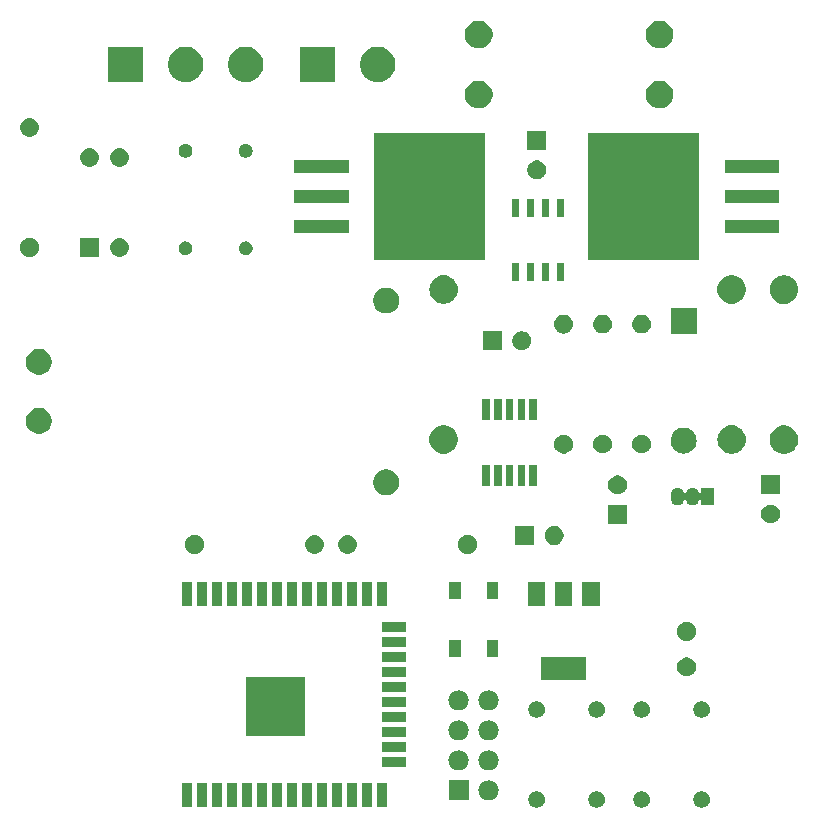
<source format=gbr>
G04 #@! TF.GenerationSoftware,KiCad,Pcbnew,5.0.2+dfsg1-1*
G04 #@! TF.CreationDate,2019-08-06T01:46:57+02:00*
G04 #@! TF.ProjectId,ceiling-light-dimmable,6365696c-696e-4672-9d6c-696768742d64,v1.1.0*
G04 #@! TF.SameCoordinates,Original*
G04 #@! TF.FileFunction,Soldermask,Top*
G04 #@! TF.FilePolarity,Negative*
%FSLAX46Y46*%
G04 Gerber Fmt 4.6, Leading zero omitted, Abs format (unit mm)*
G04 Created by KiCad (PCBNEW 5.0.2+dfsg1-1) date Tue 06 Aug 2019 01:46:57 AM CEST*
%MOMM*%
%LPD*%
G01*
G04 APERTURE LIST*
%ADD10C,0.100000*%
G04 APERTURE END LIST*
D10*
G36*
X88608745Y-91778342D02*
X88735863Y-91830996D01*
X88850271Y-91907441D01*
X88947559Y-92004729D01*
X89024004Y-92119137D01*
X89076658Y-92246255D01*
X89103500Y-92381202D01*
X89103500Y-92518798D01*
X89076658Y-92653745D01*
X89024004Y-92780863D01*
X88947559Y-92895271D01*
X88850271Y-92992559D01*
X88735863Y-93069004D01*
X88608745Y-93121658D01*
X88473798Y-93148500D01*
X88336202Y-93148500D01*
X88201255Y-93121658D01*
X88074137Y-93069004D01*
X87959729Y-92992559D01*
X87862441Y-92895271D01*
X87785996Y-92780863D01*
X87733342Y-92653745D01*
X87706500Y-92518798D01*
X87706500Y-92381202D01*
X87733342Y-92246255D01*
X87785996Y-92119137D01*
X87862441Y-92004729D01*
X87959729Y-91907441D01*
X88074137Y-91830996D01*
X88201255Y-91778342D01*
X88336202Y-91751500D01*
X88473798Y-91751500D01*
X88608745Y-91778342D01*
X88608745Y-91778342D01*
G37*
G36*
X83528745Y-91778342D02*
X83655863Y-91830996D01*
X83770271Y-91907441D01*
X83867559Y-92004729D01*
X83944004Y-92119137D01*
X83996658Y-92246255D01*
X84023500Y-92381202D01*
X84023500Y-92518798D01*
X83996658Y-92653745D01*
X83944004Y-92780863D01*
X83867559Y-92895271D01*
X83770271Y-92992559D01*
X83655863Y-93069004D01*
X83528745Y-93121658D01*
X83393798Y-93148500D01*
X83256202Y-93148500D01*
X83121255Y-93121658D01*
X82994137Y-93069004D01*
X82879729Y-92992559D01*
X82782441Y-92895271D01*
X82705996Y-92780863D01*
X82653342Y-92653745D01*
X82626500Y-92518798D01*
X82626500Y-92381202D01*
X82653342Y-92246255D01*
X82705996Y-92119137D01*
X82782441Y-92004729D01*
X82879729Y-91907441D01*
X82994137Y-91830996D01*
X83121255Y-91778342D01*
X83256202Y-91751500D01*
X83393798Y-91751500D01*
X83528745Y-91778342D01*
X83528745Y-91778342D01*
G37*
G36*
X74638745Y-91778342D02*
X74765863Y-91830996D01*
X74880271Y-91907441D01*
X74977559Y-92004729D01*
X75054004Y-92119137D01*
X75106658Y-92246255D01*
X75133500Y-92381202D01*
X75133500Y-92518798D01*
X75106658Y-92653745D01*
X75054004Y-92780863D01*
X74977559Y-92895271D01*
X74880271Y-92992559D01*
X74765863Y-93069004D01*
X74638745Y-93121658D01*
X74503798Y-93148500D01*
X74366202Y-93148500D01*
X74231255Y-93121658D01*
X74104137Y-93069004D01*
X73989729Y-92992559D01*
X73892441Y-92895271D01*
X73815996Y-92780863D01*
X73763342Y-92653745D01*
X73736500Y-92518798D01*
X73736500Y-92381202D01*
X73763342Y-92246255D01*
X73815996Y-92119137D01*
X73892441Y-92004729D01*
X73989729Y-91907441D01*
X74104137Y-91830996D01*
X74231255Y-91778342D01*
X74366202Y-91751500D01*
X74503798Y-91751500D01*
X74638745Y-91778342D01*
X74638745Y-91778342D01*
G37*
G36*
X79718745Y-91778342D02*
X79845863Y-91830996D01*
X79960271Y-91907441D01*
X80057559Y-92004729D01*
X80134004Y-92119137D01*
X80186658Y-92246255D01*
X80213500Y-92381202D01*
X80213500Y-92518798D01*
X80186658Y-92653745D01*
X80134004Y-92780863D01*
X80057559Y-92895271D01*
X79960271Y-92992559D01*
X79845863Y-93069004D01*
X79718745Y-93121658D01*
X79583798Y-93148500D01*
X79446202Y-93148500D01*
X79311255Y-93121658D01*
X79184137Y-93069004D01*
X79069729Y-92992559D01*
X78972441Y-92895271D01*
X78895996Y-92780863D01*
X78843342Y-92653745D01*
X78816500Y-92518798D01*
X78816500Y-92381202D01*
X78843342Y-92246255D01*
X78895996Y-92119137D01*
X78972441Y-92004729D01*
X79069729Y-91907441D01*
X79184137Y-91830996D01*
X79311255Y-91778342D01*
X79446202Y-91751500D01*
X79583798Y-91751500D01*
X79718745Y-91778342D01*
X79718745Y-91778342D01*
G37*
G36*
X51644000Y-93060000D02*
X50744000Y-93060000D01*
X50744000Y-91060000D01*
X51644000Y-91060000D01*
X51644000Y-93060000D01*
X51644000Y-93060000D01*
G37*
G36*
X56724000Y-93060000D02*
X55824000Y-93060000D01*
X55824000Y-91060000D01*
X56724000Y-91060000D01*
X56724000Y-93060000D01*
X56724000Y-93060000D01*
G37*
G36*
X55454000Y-93060000D02*
X54554000Y-93060000D01*
X54554000Y-91060000D01*
X55454000Y-91060000D01*
X55454000Y-93060000D01*
X55454000Y-93060000D01*
G37*
G36*
X54184000Y-93060000D02*
X53284000Y-93060000D01*
X53284000Y-91060000D01*
X54184000Y-91060000D01*
X54184000Y-93060000D01*
X54184000Y-93060000D01*
G37*
G36*
X52914000Y-93060000D02*
X52014000Y-93060000D01*
X52014000Y-91060000D01*
X52914000Y-91060000D01*
X52914000Y-93060000D01*
X52914000Y-93060000D01*
G37*
G36*
X50374000Y-93060000D02*
X49474000Y-93060000D01*
X49474000Y-91060000D01*
X50374000Y-91060000D01*
X50374000Y-93060000D01*
X50374000Y-93060000D01*
G37*
G36*
X59264000Y-93060000D02*
X58364000Y-93060000D01*
X58364000Y-91060000D01*
X59264000Y-91060000D01*
X59264000Y-93060000D01*
X59264000Y-93060000D01*
G37*
G36*
X49104000Y-93060000D02*
X48204000Y-93060000D01*
X48204000Y-91060000D01*
X49104000Y-91060000D01*
X49104000Y-93060000D01*
X49104000Y-93060000D01*
G37*
G36*
X47834000Y-93060000D02*
X46934000Y-93060000D01*
X46934000Y-91060000D01*
X47834000Y-91060000D01*
X47834000Y-93060000D01*
X47834000Y-93060000D01*
G37*
G36*
X46564000Y-93060000D02*
X45664000Y-93060000D01*
X45664000Y-91060000D01*
X46564000Y-91060000D01*
X46564000Y-93060000D01*
X46564000Y-93060000D01*
G37*
G36*
X45294000Y-93060000D02*
X44394000Y-93060000D01*
X44394000Y-91060000D01*
X45294000Y-91060000D01*
X45294000Y-93060000D01*
X45294000Y-93060000D01*
G37*
G36*
X60534000Y-93060000D02*
X59634000Y-93060000D01*
X59634000Y-91060000D01*
X60534000Y-91060000D01*
X60534000Y-93060000D01*
X60534000Y-93060000D01*
G37*
G36*
X61804000Y-93060000D02*
X60904000Y-93060000D01*
X60904000Y-91060000D01*
X61804000Y-91060000D01*
X61804000Y-93060000D01*
X61804000Y-93060000D01*
G37*
G36*
X57994000Y-93060000D02*
X57094000Y-93060000D01*
X57094000Y-91060000D01*
X57994000Y-91060000D01*
X57994000Y-93060000D01*
X57994000Y-93060000D01*
G37*
G36*
X70537630Y-90850299D02*
X70697855Y-90898903D01*
X70845520Y-90977831D01*
X70974949Y-91084051D01*
X71081169Y-91213480D01*
X71160097Y-91361145D01*
X71208701Y-91521370D01*
X71225112Y-91688000D01*
X71208701Y-91854630D01*
X71160097Y-92014855D01*
X71081169Y-92162520D01*
X70974949Y-92291949D01*
X70845520Y-92398169D01*
X70697855Y-92477097D01*
X70537630Y-92525701D01*
X70412752Y-92538000D01*
X70329248Y-92538000D01*
X70204370Y-92525701D01*
X70044145Y-92477097D01*
X69896480Y-92398169D01*
X69767051Y-92291949D01*
X69660831Y-92162520D01*
X69581903Y-92014855D01*
X69533299Y-91854630D01*
X69516888Y-91688000D01*
X69533299Y-91521370D01*
X69581903Y-91361145D01*
X69660831Y-91213480D01*
X69767051Y-91084051D01*
X69896480Y-90977831D01*
X70044145Y-90898903D01*
X70204370Y-90850299D01*
X70329248Y-90838000D01*
X70412752Y-90838000D01*
X70537630Y-90850299D01*
X70537630Y-90850299D01*
G37*
G36*
X68681000Y-92538000D02*
X66981000Y-92538000D01*
X66981000Y-90838000D01*
X68681000Y-90838000D01*
X68681000Y-92538000D01*
X68681000Y-92538000D01*
G37*
G36*
X67997630Y-88310299D02*
X68157855Y-88358903D01*
X68305520Y-88437831D01*
X68434949Y-88544051D01*
X68541169Y-88673480D01*
X68620097Y-88821145D01*
X68668701Y-88981370D01*
X68685112Y-89148000D01*
X68668701Y-89314630D01*
X68620097Y-89474855D01*
X68541169Y-89622520D01*
X68434949Y-89751949D01*
X68305520Y-89858169D01*
X68157855Y-89937097D01*
X67997630Y-89985701D01*
X67872752Y-89998000D01*
X67789248Y-89998000D01*
X67664370Y-89985701D01*
X67504145Y-89937097D01*
X67356480Y-89858169D01*
X67227051Y-89751949D01*
X67120831Y-89622520D01*
X67041903Y-89474855D01*
X66993299Y-89314630D01*
X66976888Y-89148000D01*
X66993299Y-88981370D01*
X67041903Y-88821145D01*
X67120831Y-88673480D01*
X67227051Y-88544051D01*
X67356480Y-88437831D01*
X67504145Y-88358903D01*
X67664370Y-88310299D01*
X67789248Y-88298000D01*
X67872752Y-88298000D01*
X67997630Y-88310299D01*
X67997630Y-88310299D01*
G37*
G36*
X70537630Y-88310299D02*
X70697855Y-88358903D01*
X70845520Y-88437831D01*
X70974949Y-88544051D01*
X71081169Y-88673480D01*
X71160097Y-88821145D01*
X71208701Y-88981370D01*
X71225112Y-89148000D01*
X71208701Y-89314630D01*
X71160097Y-89474855D01*
X71081169Y-89622520D01*
X70974949Y-89751949D01*
X70845520Y-89858169D01*
X70697855Y-89937097D01*
X70537630Y-89985701D01*
X70412752Y-89998000D01*
X70329248Y-89998000D01*
X70204370Y-89985701D01*
X70044145Y-89937097D01*
X69896480Y-89858169D01*
X69767051Y-89751949D01*
X69660831Y-89622520D01*
X69581903Y-89474855D01*
X69533299Y-89314630D01*
X69516888Y-89148000D01*
X69533299Y-88981370D01*
X69581903Y-88821145D01*
X69660831Y-88673480D01*
X69767051Y-88544051D01*
X69896480Y-88437831D01*
X70044145Y-88358903D01*
X70204370Y-88310299D01*
X70329248Y-88298000D01*
X70412752Y-88298000D01*
X70537630Y-88310299D01*
X70537630Y-88310299D01*
G37*
G36*
X63354000Y-89725000D02*
X61354000Y-89725000D01*
X61354000Y-88825000D01*
X63354000Y-88825000D01*
X63354000Y-89725000D01*
X63354000Y-89725000D01*
G37*
G36*
X63354000Y-88455000D02*
X61354000Y-88455000D01*
X61354000Y-87555000D01*
X63354000Y-87555000D01*
X63354000Y-88455000D01*
X63354000Y-88455000D01*
G37*
G36*
X67997630Y-85770299D02*
X68157855Y-85818903D01*
X68305520Y-85897831D01*
X68434949Y-86004051D01*
X68541169Y-86133480D01*
X68620097Y-86281145D01*
X68668701Y-86441370D01*
X68685112Y-86608000D01*
X68668701Y-86774630D01*
X68620097Y-86934855D01*
X68541169Y-87082520D01*
X68434949Y-87211949D01*
X68305520Y-87318169D01*
X68157855Y-87397097D01*
X67997630Y-87445701D01*
X67872752Y-87458000D01*
X67789248Y-87458000D01*
X67664370Y-87445701D01*
X67504145Y-87397097D01*
X67356480Y-87318169D01*
X67227051Y-87211949D01*
X67120831Y-87082520D01*
X67041903Y-86934855D01*
X66993299Y-86774630D01*
X66976888Y-86608000D01*
X66993299Y-86441370D01*
X67041903Y-86281145D01*
X67120831Y-86133480D01*
X67227051Y-86004051D01*
X67356480Y-85897831D01*
X67504145Y-85818903D01*
X67664370Y-85770299D01*
X67789248Y-85758000D01*
X67872752Y-85758000D01*
X67997630Y-85770299D01*
X67997630Y-85770299D01*
G37*
G36*
X70537630Y-85770299D02*
X70697855Y-85818903D01*
X70845520Y-85897831D01*
X70974949Y-86004051D01*
X71081169Y-86133480D01*
X71160097Y-86281145D01*
X71208701Y-86441370D01*
X71225112Y-86608000D01*
X71208701Y-86774630D01*
X71160097Y-86934855D01*
X71081169Y-87082520D01*
X70974949Y-87211949D01*
X70845520Y-87318169D01*
X70697855Y-87397097D01*
X70537630Y-87445701D01*
X70412752Y-87458000D01*
X70329248Y-87458000D01*
X70204370Y-87445701D01*
X70044145Y-87397097D01*
X69896480Y-87318169D01*
X69767051Y-87211949D01*
X69660831Y-87082520D01*
X69581903Y-86934855D01*
X69533299Y-86774630D01*
X69516888Y-86608000D01*
X69533299Y-86441370D01*
X69581903Y-86281145D01*
X69660831Y-86133480D01*
X69767051Y-86004051D01*
X69896480Y-85897831D01*
X70044145Y-85818903D01*
X70204370Y-85770299D01*
X70329248Y-85758000D01*
X70412752Y-85758000D01*
X70537630Y-85770299D01*
X70537630Y-85770299D01*
G37*
G36*
X63354000Y-87185000D02*
X61354000Y-87185000D01*
X61354000Y-86285000D01*
X63354000Y-86285000D01*
X63354000Y-87185000D01*
X63354000Y-87185000D01*
G37*
G36*
X54844000Y-87060000D02*
X49844000Y-87060000D01*
X49844000Y-82060000D01*
X54844000Y-82060000D01*
X54844000Y-87060000D01*
X54844000Y-87060000D01*
G37*
G36*
X63354000Y-85915000D02*
X61354000Y-85915000D01*
X61354000Y-85015000D01*
X63354000Y-85015000D01*
X63354000Y-85915000D01*
X63354000Y-85915000D01*
G37*
G36*
X88608745Y-84158342D02*
X88735863Y-84210996D01*
X88850271Y-84287441D01*
X88947559Y-84384729D01*
X89024004Y-84499137D01*
X89076658Y-84626255D01*
X89103500Y-84761202D01*
X89103500Y-84898798D01*
X89076658Y-85033745D01*
X89024004Y-85160863D01*
X88947559Y-85275271D01*
X88850271Y-85372559D01*
X88735863Y-85449004D01*
X88608745Y-85501658D01*
X88473798Y-85528500D01*
X88336202Y-85528500D01*
X88201255Y-85501658D01*
X88074137Y-85449004D01*
X87959729Y-85372559D01*
X87862441Y-85275271D01*
X87785996Y-85160863D01*
X87733342Y-85033745D01*
X87706500Y-84898798D01*
X87706500Y-84761202D01*
X87733342Y-84626255D01*
X87785996Y-84499137D01*
X87862441Y-84384729D01*
X87959729Y-84287441D01*
X88074137Y-84210996D01*
X88201255Y-84158342D01*
X88336202Y-84131500D01*
X88473798Y-84131500D01*
X88608745Y-84158342D01*
X88608745Y-84158342D01*
G37*
G36*
X83528745Y-84158342D02*
X83655863Y-84210996D01*
X83770271Y-84287441D01*
X83867559Y-84384729D01*
X83944004Y-84499137D01*
X83996658Y-84626255D01*
X84023500Y-84761202D01*
X84023500Y-84898798D01*
X83996658Y-85033745D01*
X83944004Y-85160863D01*
X83867559Y-85275271D01*
X83770271Y-85372559D01*
X83655863Y-85449004D01*
X83528745Y-85501658D01*
X83393798Y-85528500D01*
X83256202Y-85528500D01*
X83121255Y-85501658D01*
X82994137Y-85449004D01*
X82879729Y-85372559D01*
X82782441Y-85275271D01*
X82705996Y-85160863D01*
X82653342Y-85033745D01*
X82626500Y-84898798D01*
X82626500Y-84761202D01*
X82653342Y-84626255D01*
X82705996Y-84499137D01*
X82782441Y-84384729D01*
X82879729Y-84287441D01*
X82994137Y-84210996D01*
X83121255Y-84158342D01*
X83256202Y-84131500D01*
X83393798Y-84131500D01*
X83528745Y-84158342D01*
X83528745Y-84158342D01*
G37*
G36*
X74638745Y-84158342D02*
X74765863Y-84210996D01*
X74880271Y-84287441D01*
X74977559Y-84384729D01*
X75054004Y-84499137D01*
X75106658Y-84626255D01*
X75133500Y-84761202D01*
X75133500Y-84898798D01*
X75106658Y-85033745D01*
X75054004Y-85160863D01*
X74977559Y-85275271D01*
X74880271Y-85372559D01*
X74765863Y-85449004D01*
X74638745Y-85501658D01*
X74503798Y-85528500D01*
X74366202Y-85528500D01*
X74231255Y-85501658D01*
X74104137Y-85449004D01*
X73989729Y-85372559D01*
X73892441Y-85275271D01*
X73815996Y-85160863D01*
X73763342Y-85033745D01*
X73736500Y-84898798D01*
X73736500Y-84761202D01*
X73763342Y-84626255D01*
X73815996Y-84499137D01*
X73892441Y-84384729D01*
X73989729Y-84287441D01*
X74104137Y-84210996D01*
X74231255Y-84158342D01*
X74366202Y-84131500D01*
X74503798Y-84131500D01*
X74638745Y-84158342D01*
X74638745Y-84158342D01*
G37*
G36*
X79718745Y-84158342D02*
X79845863Y-84210996D01*
X79960271Y-84287441D01*
X80057559Y-84384729D01*
X80134004Y-84499137D01*
X80186658Y-84626255D01*
X80213500Y-84761202D01*
X80213500Y-84898798D01*
X80186658Y-85033745D01*
X80134004Y-85160863D01*
X80057559Y-85275271D01*
X79960271Y-85372559D01*
X79845863Y-85449004D01*
X79718745Y-85501658D01*
X79583798Y-85528500D01*
X79446202Y-85528500D01*
X79311255Y-85501658D01*
X79184137Y-85449004D01*
X79069729Y-85372559D01*
X78972441Y-85275271D01*
X78895996Y-85160863D01*
X78843342Y-85033745D01*
X78816500Y-84898798D01*
X78816500Y-84761202D01*
X78843342Y-84626255D01*
X78895996Y-84499137D01*
X78972441Y-84384729D01*
X79069729Y-84287441D01*
X79184137Y-84210996D01*
X79311255Y-84158342D01*
X79446202Y-84131500D01*
X79583798Y-84131500D01*
X79718745Y-84158342D01*
X79718745Y-84158342D01*
G37*
G36*
X70537630Y-83230299D02*
X70697855Y-83278903D01*
X70845520Y-83357831D01*
X70974949Y-83464051D01*
X71081169Y-83593480D01*
X71160097Y-83741145D01*
X71208701Y-83901370D01*
X71225112Y-84068000D01*
X71208701Y-84234630D01*
X71160097Y-84394855D01*
X71081169Y-84542520D01*
X70974949Y-84671949D01*
X70845520Y-84778169D01*
X70697855Y-84857097D01*
X70537630Y-84905701D01*
X70412752Y-84918000D01*
X70329248Y-84918000D01*
X70204370Y-84905701D01*
X70044145Y-84857097D01*
X69896480Y-84778169D01*
X69767051Y-84671949D01*
X69660831Y-84542520D01*
X69581903Y-84394855D01*
X69533299Y-84234630D01*
X69516888Y-84068000D01*
X69533299Y-83901370D01*
X69581903Y-83741145D01*
X69660831Y-83593480D01*
X69767051Y-83464051D01*
X69896480Y-83357831D01*
X70044145Y-83278903D01*
X70204370Y-83230299D01*
X70329248Y-83218000D01*
X70412752Y-83218000D01*
X70537630Y-83230299D01*
X70537630Y-83230299D01*
G37*
G36*
X67997630Y-83230299D02*
X68157855Y-83278903D01*
X68305520Y-83357831D01*
X68434949Y-83464051D01*
X68541169Y-83593480D01*
X68620097Y-83741145D01*
X68668701Y-83901370D01*
X68685112Y-84068000D01*
X68668701Y-84234630D01*
X68620097Y-84394855D01*
X68541169Y-84542520D01*
X68434949Y-84671949D01*
X68305520Y-84778169D01*
X68157855Y-84857097D01*
X67997630Y-84905701D01*
X67872752Y-84918000D01*
X67789248Y-84918000D01*
X67664370Y-84905701D01*
X67504145Y-84857097D01*
X67356480Y-84778169D01*
X67227051Y-84671949D01*
X67120831Y-84542520D01*
X67041903Y-84394855D01*
X66993299Y-84234630D01*
X66976888Y-84068000D01*
X66993299Y-83901370D01*
X67041903Y-83741145D01*
X67120831Y-83593480D01*
X67227051Y-83464051D01*
X67356480Y-83357831D01*
X67504145Y-83278903D01*
X67664370Y-83230299D01*
X67789248Y-83218000D01*
X67872752Y-83218000D01*
X67997630Y-83230299D01*
X67997630Y-83230299D01*
G37*
G36*
X63354000Y-84645000D02*
X61354000Y-84645000D01*
X61354000Y-83745000D01*
X63354000Y-83745000D01*
X63354000Y-84645000D01*
X63354000Y-84645000D01*
G37*
G36*
X63354000Y-83375000D02*
X61354000Y-83375000D01*
X61354000Y-82475000D01*
X63354000Y-82475000D01*
X63354000Y-83375000D01*
X63354000Y-83375000D01*
G37*
G36*
X78621000Y-82376000D02*
X74821000Y-82376000D01*
X74821000Y-80376000D01*
X78621000Y-80376000D01*
X78621000Y-82376000D01*
X78621000Y-82376000D01*
G37*
G36*
X63354000Y-82105000D02*
X61354000Y-82105000D01*
X61354000Y-81205000D01*
X63354000Y-81205000D01*
X63354000Y-82105000D01*
X63354000Y-82105000D01*
G37*
G36*
X87368352Y-80456743D02*
X87513941Y-80517048D01*
X87644973Y-80604601D01*
X87756399Y-80716027D01*
X87843952Y-80847059D01*
X87904257Y-80992648D01*
X87935000Y-81147205D01*
X87935000Y-81304795D01*
X87904257Y-81459352D01*
X87843952Y-81604941D01*
X87756399Y-81735973D01*
X87644973Y-81847399D01*
X87513941Y-81934952D01*
X87368352Y-81995257D01*
X87213795Y-82026000D01*
X87056205Y-82026000D01*
X86901648Y-81995257D01*
X86756059Y-81934952D01*
X86625027Y-81847399D01*
X86513601Y-81735973D01*
X86426048Y-81604941D01*
X86365743Y-81459352D01*
X86335000Y-81304795D01*
X86335000Y-81147205D01*
X86365743Y-80992648D01*
X86426048Y-80847059D01*
X86513601Y-80716027D01*
X86625027Y-80604601D01*
X86756059Y-80517048D01*
X86901648Y-80456743D01*
X87056205Y-80426000D01*
X87213795Y-80426000D01*
X87368352Y-80456743D01*
X87368352Y-80456743D01*
G37*
G36*
X63354000Y-80835000D02*
X61354000Y-80835000D01*
X61354000Y-79935000D01*
X63354000Y-79935000D01*
X63354000Y-80835000D01*
X63354000Y-80835000D01*
G37*
G36*
X71201000Y-80410000D02*
X70201000Y-80410000D01*
X70201000Y-78910000D01*
X71201000Y-78910000D01*
X71201000Y-80410000D01*
X71201000Y-80410000D01*
G37*
G36*
X68001000Y-80410000D02*
X67001000Y-80410000D01*
X67001000Y-78910000D01*
X68001000Y-78910000D01*
X68001000Y-80410000D01*
X68001000Y-80410000D01*
G37*
G36*
X63354000Y-79565000D02*
X61354000Y-79565000D01*
X61354000Y-78665000D01*
X63354000Y-78665000D01*
X63354000Y-79565000D01*
X63354000Y-79565000D01*
G37*
G36*
X87368352Y-77456743D02*
X87513941Y-77517048D01*
X87644973Y-77604601D01*
X87756399Y-77716027D01*
X87843952Y-77847059D01*
X87904257Y-77992648D01*
X87935000Y-78147205D01*
X87935000Y-78304795D01*
X87904257Y-78459352D01*
X87843952Y-78604941D01*
X87756399Y-78735973D01*
X87644973Y-78847399D01*
X87513941Y-78934952D01*
X87368352Y-78995257D01*
X87213795Y-79026000D01*
X87056205Y-79026000D01*
X86901648Y-78995257D01*
X86756059Y-78934952D01*
X86625027Y-78847399D01*
X86513601Y-78735973D01*
X86426048Y-78604941D01*
X86365743Y-78459352D01*
X86335000Y-78304795D01*
X86335000Y-78147205D01*
X86365743Y-77992648D01*
X86426048Y-77847059D01*
X86513601Y-77716027D01*
X86625027Y-77604601D01*
X86756059Y-77517048D01*
X86901648Y-77456743D01*
X87056205Y-77426000D01*
X87213795Y-77426000D01*
X87368352Y-77456743D01*
X87368352Y-77456743D01*
G37*
G36*
X63354000Y-78295000D02*
X61354000Y-78295000D01*
X61354000Y-77395000D01*
X63354000Y-77395000D01*
X63354000Y-78295000D01*
X63354000Y-78295000D01*
G37*
G36*
X77471000Y-76076000D02*
X75971000Y-76076000D01*
X75971000Y-74076000D01*
X77471000Y-74076000D01*
X77471000Y-76076000D01*
X77471000Y-76076000D01*
G37*
G36*
X75171000Y-76076000D02*
X73671000Y-76076000D01*
X73671000Y-74076000D01*
X75171000Y-74076000D01*
X75171000Y-76076000D01*
X75171000Y-76076000D01*
G37*
G36*
X79771000Y-76076000D02*
X78271000Y-76076000D01*
X78271000Y-74076000D01*
X79771000Y-74076000D01*
X79771000Y-76076000D01*
X79771000Y-76076000D01*
G37*
G36*
X59264000Y-76060000D02*
X58364000Y-76060000D01*
X58364000Y-74060000D01*
X59264000Y-74060000D01*
X59264000Y-76060000D01*
X59264000Y-76060000D01*
G37*
G36*
X61804000Y-76060000D02*
X60904000Y-76060000D01*
X60904000Y-74060000D01*
X61804000Y-74060000D01*
X61804000Y-76060000D01*
X61804000Y-76060000D01*
G37*
G36*
X60534000Y-76060000D02*
X59634000Y-76060000D01*
X59634000Y-74060000D01*
X60534000Y-74060000D01*
X60534000Y-76060000D01*
X60534000Y-76060000D01*
G37*
G36*
X56724000Y-76060000D02*
X55824000Y-76060000D01*
X55824000Y-74060000D01*
X56724000Y-74060000D01*
X56724000Y-76060000D01*
X56724000Y-76060000D01*
G37*
G36*
X55454000Y-76060000D02*
X54554000Y-76060000D01*
X54554000Y-74060000D01*
X55454000Y-74060000D01*
X55454000Y-76060000D01*
X55454000Y-76060000D01*
G37*
G36*
X54184000Y-76060000D02*
X53284000Y-76060000D01*
X53284000Y-74060000D01*
X54184000Y-74060000D01*
X54184000Y-76060000D01*
X54184000Y-76060000D01*
G37*
G36*
X52914000Y-76060000D02*
X52014000Y-76060000D01*
X52014000Y-74060000D01*
X52914000Y-74060000D01*
X52914000Y-76060000D01*
X52914000Y-76060000D01*
G37*
G36*
X50374000Y-76060000D02*
X49474000Y-76060000D01*
X49474000Y-74060000D01*
X50374000Y-74060000D01*
X50374000Y-76060000D01*
X50374000Y-76060000D01*
G37*
G36*
X49104000Y-76060000D02*
X48204000Y-76060000D01*
X48204000Y-74060000D01*
X49104000Y-74060000D01*
X49104000Y-76060000D01*
X49104000Y-76060000D01*
G37*
G36*
X47834000Y-76060000D02*
X46934000Y-76060000D01*
X46934000Y-74060000D01*
X47834000Y-74060000D01*
X47834000Y-76060000D01*
X47834000Y-76060000D01*
G37*
G36*
X46564000Y-76060000D02*
X45664000Y-76060000D01*
X45664000Y-74060000D01*
X46564000Y-74060000D01*
X46564000Y-76060000D01*
X46564000Y-76060000D01*
G37*
G36*
X45294000Y-76060000D02*
X44394000Y-76060000D01*
X44394000Y-74060000D01*
X45294000Y-74060000D01*
X45294000Y-76060000D01*
X45294000Y-76060000D01*
G37*
G36*
X57994000Y-76060000D02*
X57094000Y-76060000D01*
X57094000Y-74060000D01*
X57994000Y-74060000D01*
X57994000Y-76060000D01*
X57994000Y-76060000D01*
G37*
G36*
X51644000Y-76060000D02*
X50744000Y-76060000D01*
X50744000Y-74060000D01*
X51644000Y-74060000D01*
X51644000Y-76060000D01*
X51644000Y-76060000D01*
G37*
G36*
X71201000Y-75510000D02*
X70201000Y-75510000D01*
X70201000Y-74010000D01*
X71201000Y-74010000D01*
X71201000Y-75510000D01*
X71201000Y-75510000D01*
G37*
G36*
X68001000Y-75510000D02*
X67001000Y-75510000D01*
X67001000Y-74010000D01*
X68001000Y-74010000D01*
X68001000Y-75510000D01*
X68001000Y-75510000D01*
G37*
G36*
X55756649Y-70067717D02*
X55795827Y-70071576D01*
X55859012Y-70090743D01*
X55946629Y-70117321D01*
X56085608Y-70191608D01*
X56207422Y-70291578D01*
X56307392Y-70413392D01*
X56381679Y-70552371D01*
X56427424Y-70703174D01*
X56442870Y-70860000D01*
X56427424Y-71016826D01*
X56381679Y-71167629D01*
X56307392Y-71306608D01*
X56207422Y-71428422D01*
X56085608Y-71528392D01*
X55946629Y-71602679D01*
X55871227Y-71625552D01*
X55795827Y-71648424D01*
X55756649Y-71652283D01*
X55678295Y-71660000D01*
X55599705Y-71660000D01*
X55521351Y-71652283D01*
X55482173Y-71648424D01*
X55406772Y-71625551D01*
X55331371Y-71602679D01*
X55192392Y-71528392D01*
X55070578Y-71428422D01*
X54970608Y-71306608D01*
X54896321Y-71167629D01*
X54850576Y-71016826D01*
X54835130Y-70860000D01*
X54850576Y-70703174D01*
X54896321Y-70552371D01*
X54970608Y-70413392D01*
X55070578Y-70291578D01*
X55192392Y-70191608D01*
X55331371Y-70117321D01*
X55418988Y-70090743D01*
X55482173Y-70071576D01*
X55521351Y-70067717D01*
X55599705Y-70060000D01*
X55678295Y-70060000D01*
X55756649Y-70067717D01*
X55756649Y-70067717D01*
G37*
G36*
X45712352Y-70090743D02*
X45857941Y-70151048D01*
X45988973Y-70238601D01*
X46100399Y-70350027D01*
X46187952Y-70481059D01*
X46248257Y-70626648D01*
X46279000Y-70781205D01*
X46279000Y-70938795D01*
X46248257Y-71093352D01*
X46187952Y-71238941D01*
X46100399Y-71369973D01*
X45988973Y-71481399D01*
X45857941Y-71568952D01*
X45712352Y-71629257D01*
X45557795Y-71660000D01*
X45400205Y-71660000D01*
X45245648Y-71629257D01*
X45100059Y-71568952D01*
X44969027Y-71481399D01*
X44857601Y-71369973D01*
X44770048Y-71238941D01*
X44709743Y-71093352D01*
X44679000Y-70938795D01*
X44679000Y-70781205D01*
X44709743Y-70626648D01*
X44770048Y-70481059D01*
X44857601Y-70350027D01*
X44969027Y-70238601D01*
X45100059Y-70151048D01*
X45245648Y-70090743D01*
X45400205Y-70060000D01*
X45557795Y-70060000D01*
X45712352Y-70090743D01*
X45712352Y-70090743D01*
G37*
G36*
X68826352Y-70090743D02*
X68971941Y-70151048D01*
X69102973Y-70238601D01*
X69214399Y-70350027D01*
X69301952Y-70481059D01*
X69362257Y-70626648D01*
X69393000Y-70781205D01*
X69393000Y-70938795D01*
X69362257Y-71093352D01*
X69301952Y-71238941D01*
X69214399Y-71369973D01*
X69102973Y-71481399D01*
X68971941Y-71568952D01*
X68826352Y-71629257D01*
X68671795Y-71660000D01*
X68514205Y-71660000D01*
X68359648Y-71629257D01*
X68214059Y-71568952D01*
X68083027Y-71481399D01*
X67971601Y-71369973D01*
X67884048Y-71238941D01*
X67823743Y-71093352D01*
X67793000Y-70938795D01*
X67793000Y-70781205D01*
X67823743Y-70626648D01*
X67884048Y-70481059D01*
X67971601Y-70350027D01*
X68083027Y-70238601D01*
X68214059Y-70151048D01*
X68359648Y-70090743D01*
X68514205Y-70060000D01*
X68671795Y-70060000D01*
X68826352Y-70090743D01*
X68826352Y-70090743D01*
G37*
G36*
X58550649Y-70067717D02*
X58589827Y-70071576D01*
X58653012Y-70090743D01*
X58740629Y-70117321D01*
X58879608Y-70191608D01*
X59001422Y-70291578D01*
X59101392Y-70413392D01*
X59175679Y-70552371D01*
X59221424Y-70703174D01*
X59236870Y-70860000D01*
X59221424Y-71016826D01*
X59175679Y-71167629D01*
X59101392Y-71306608D01*
X59001422Y-71428422D01*
X58879608Y-71528392D01*
X58740629Y-71602679D01*
X58665227Y-71625552D01*
X58589827Y-71648424D01*
X58550649Y-71652283D01*
X58472295Y-71660000D01*
X58393705Y-71660000D01*
X58315351Y-71652283D01*
X58276173Y-71648424D01*
X58200772Y-71625551D01*
X58125371Y-71602679D01*
X57986392Y-71528392D01*
X57864578Y-71428422D01*
X57764608Y-71306608D01*
X57690321Y-71167629D01*
X57644576Y-71016826D01*
X57629130Y-70860000D01*
X57644576Y-70703174D01*
X57690321Y-70552371D01*
X57764608Y-70413392D01*
X57864578Y-70291578D01*
X57986392Y-70191608D01*
X58125371Y-70117321D01*
X58212988Y-70090743D01*
X58276173Y-70071576D01*
X58315351Y-70067717D01*
X58393705Y-70060000D01*
X58472295Y-70060000D01*
X58550649Y-70067717D01*
X58550649Y-70067717D01*
G37*
G36*
X76152352Y-69328743D02*
X76297941Y-69389048D01*
X76428973Y-69476601D01*
X76540399Y-69588027D01*
X76627952Y-69719059D01*
X76688257Y-69864648D01*
X76719000Y-70019205D01*
X76719000Y-70176795D01*
X76688257Y-70331352D01*
X76627952Y-70476941D01*
X76540399Y-70607973D01*
X76428973Y-70719399D01*
X76297941Y-70806952D01*
X76152352Y-70867257D01*
X75997795Y-70898000D01*
X75840205Y-70898000D01*
X75685648Y-70867257D01*
X75540059Y-70806952D01*
X75409027Y-70719399D01*
X75297601Y-70607973D01*
X75210048Y-70476941D01*
X75149743Y-70331352D01*
X75119000Y-70176795D01*
X75119000Y-70019205D01*
X75149743Y-69864648D01*
X75210048Y-69719059D01*
X75297601Y-69588027D01*
X75409027Y-69476601D01*
X75540059Y-69389048D01*
X75685648Y-69328743D01*
X75840205Y-69298000D01*
X75997795Y-69298000D01*
X76152352Y-69328743D01*
X76152352Y-69328743D01*
G37*
G36*
X74219000Y-70898000D02*
X72619000Y-70898000D01*
X72619000Y-69298000D01*
X74219000Y-69298000D01*
X74219000Y-70898000D01*
X74219000Y-70898000D01*
G37*
G36*
X82093000Y-69120000D02*
X80493000Y-69120000D01*
X80493000Y-67520000D01*
X82093000Y-67520000D01*
X82093000Y-69120000D01*
X82093000Y-69120000D01*
G37*
G36*
X94480352Y-67510743D02*
X94625941Y-67571048D01*
X94756973Y-67658601D01*
X94868399Y-67770027D01*
X94955952Y-67901059D01*
X95016257Y-68046648D01*
X95047000Y-68201205D01*
X95047000Y-68358795D01*
X95016257Y-68513352D01*
X94955952Y-68658941D01*
X94868399Y-68789973D01*
X94756973Y-68901399D01*
X94625941Y-68988952D01*
X94480352Y-69049257D01*
X94325795Y-69080000D01*
X94168205Y-69080000D01*
X94013648Y-69049257D01*
X93868059Y-68988952D01*
X93737027Y-68901399D01*
X93625601Y-68789973D01*
X93538048Y-68658941D01*
X93477743Y-68513352D01*
X93447000Y-68358795D01*
X93447000Y-68201205D01*
X93477743Y-68046648D01*
X93538048Y-67901059D01*
X93625601Y-67770027D01*
X93737027Y-67658601D01*
X93868059Y-67571048D01*
X94013648Y-67510743D01*
X94168205Y-67480000D01*
X94325795Y-67480000D01*
X94480352Y-67510743D01*
X94480352Y-67510743D01*
G37*
G36*
X87745914Y-66053596D02*
X87745917Y-66053597D01*
X87745918Y-66053597D01*
X87844881Y-66083617D01*
X87936086Y-66132367D01*
X88016027Y-66197973D01*
X88081633Y-66277914D01*
X88104325Y-66320368D01*
X88130383Y-66369118D01*
X88143382Y-66411971D01*
X88152760Y-66434611D01*
X88166374Y-66454985D01*
X88183701Y-66472312D01*
X88204075Y-66485926D01*
X88226714Y-66495304D01*
X88250748Y-66500084D01*
X88275252Y-66500084D01*
X88299285Y-66495304D01*
X88321925Y-66485926D01*
X88342299Y-66472312D01*
X88359626Y-66454985D01*
X88373240Y-66434611D01*
X88382618Y-66411972D01*
X88387398Y-66387938D01*
X88388000Y-66375686D01*
X88388000Y-66046000D01*
X89438000Y-66046000D01*
X89438000Y-67546000D01*
X88388000Y-67546000D01*
X88388000Y-67216314D01*
X88385598Y-67191928D01*
X88378485Y-67168479D01*
X88366934Y-67146868D01*
X88351388Y-67127926D01*
X88332446Y-67112380D01*
X88310835Y-67100829D01*
X88287386Y-67093716D01*
X88263000Y-67091314D01*
X88238614Y-67093716D01*
X88215165Y-67100829D01*
X88193554Y-67112380D01*
X88174612Y-67127926D01*
X88159066Y-67146868D01*
X88147515Y-67168479D01*
X88143382Y-67180029D01*
X88130383Y-67222882D01*
X88130382Y-67222883D01*
X88081635Y-67314083D01*
X88081632Y-67314087D01*
X88016030Y-67394024D01*
X88016028Y-67394025D01*
X88016027Y-67394027D01*
X87936086Y-67459633D01*
X87844880Y-67508383D01*
X87745917Y-67538403D01*
X87745916Y-67538403D01*
X87745913Y-67538404D01*
X87643000Y-67548540D01*
X87540086Y-67538404D01*
X87540083Y-67538403D01*
X87540082Y-67538403D01*
X87441119Y-67508383D01*
X87349914Y-67459633D01*
X87329929Y-67443231D01*
X87269976Y-67394030D01*
X87269975Y-67394028D01*
X87269973Y-67394027D01*
X87204367Y-67314086D01*
X87155617Y-67222880D01*
X87153625Y-67216314D01*
X87127617Y-67130580D01*
X87118240Y-67107941D01*
X87104626Y-67087567D01*
X87087299Y-67070239D01*
X87066924Y-67056626D01*
X87044285Y-67047248D01*
X87020252Y-67042468D01*
X86995747Y-67042468D01*
X86971714Y-67047249D01*
X86949075Y-67056626D01*
X86928701Y-67070240D01*
X86911373Y-67087567D01*
X86897760Y-67107942D01*
X86888382Y-67130579D01*
X86860383Y-67222881D01*
X86811635Y-67314083D01*
X86811632Y-67314087D01*
X86746030Y-67394024D01*
X86746028Y-67394025D01*
X86746027Y-67394027D01*
X86666086Y-67459633D01*
X86574880Y-67508383D01*
X86475917Y-67538403D01*
X86475916Y-67538403D01*
X86475913Y-67538404D01*
X86373000Y-67548540D01*
X86270086Y-67538404D01*
X86270083Y-67538403D01*
X86270082Y-67538403D01*
X86171119Y-67508383D01*
X86079914Y-67459633D01*
X86059929Y-67443231D01*
X85999976Y-67394030D01*
X85999975Y-67394028D01*
X85999973Y-67394027D01*
X85934367Y-67314086D01*
X85885617Y-67222880D01*
X85855597Y-67123917D01*
X85855597Y-67123916D01*
X85855596Y-67123913D01*
X85848000Y-67046791D01*
X85848000Y-66545208D01*
X85855596Y-66468086D01*
X85885618Y-66369117D01*
X85934366Y-66277916D01*
X85999976Y-66197971D01*
X86079914Y-66132368D01*
X86079913Y-66132368D01*
X86079915Y-66132367D01*
X86171120Y-66083617D01*
X86270083Y-66053597D01*
X86270084Y-66053597D01*
X86270087Y-66053596D01*
X86373000Y-66043460D01*
X86475914Y-66053596D01*
X86475917Y-66053597D01*
X86475918Y-66053597D01*
X86574881Y-66083617D01*
X86666086Y-66132367D01*
X86746027Y-66197973D01*
X86811633Y-66277914D01*
X86860383Y-66369119D01*
X86873382Y-66411971D01*
X86888382Y-66461420D01*
X86897760Y-66484059D01*
X86911374Y-66504433D01*
X86928701Y-66521760D01*
X86949075Y-66535374D01*
X86971714Y-66544752D01*
X86995748Y-66549532D01*
X87020252Y-66549532D01*
X87044286Y-66544752D01*
X87066925Y-66535374D01*
X87087299Y-66521760D01*
X87104626Y-66504433D01*
X87118240Y-66484059D01*
X87127618Y-66461420D01*
X87155618Y-66369117D01*
X87204366Y-66277916D01*
X87269976Y-66197971D01*
X87349914Y-66132368D01*
X87349913Y-66132368D01*
X87349915Y-66132367D01*
X87441120Y-66083617D01*
X87540083Y-66053597D01*
X87540084Y-66053597D01*
X87540087Y-66053596D01*
X87643000Y-66043460D01*
X87745914Y-66053596D01*
X87745914Y-66053596D01*
G37*
G36*
X62023857Y-64548272D02*
X62224042Y-64631191D01*
X62404213Y-64751578D01*
X62557422Y-64904787D01*
X62677809Y-65084958D01*
X62760728Y-65285143D01*
X62803000Y-65497658D01*
X62803000Y-65714342D01*
X62760728Y-65926857D01*
X62677809Y-66127042D01*
X62677807Y-66127045D01*
X62629768Y-66198941D01*
X62557422Y-66307213D01*
X62404213Y-66460422D01*
X62404210Y-66460424D01*
X62404209Y-66460425D01*
X62277315Y-66545213D01*
X62224042Y-66580809D01*
X62023857Y-66663728D01*
X61811342Y-66706000D01*
X61594658Y-66706000D01*
X61382143Y-66663728D01*
X61181958Y-66580809D01*
X61128685Y-66545213D01*
X61001791Y-66460425D01*
X61001790Y-66460424D01*
X61001787Y-66460422D01*
X60848578Y-66307213D01*
X60776233Y-66198941D01*
X60728193Y-66127045D01*
X60728191Y-66127042D01*
X60645272Y-65926857D01*
X60603000Y-65714342D01*
X60603000Y-65497658D01*
X60645272Y-65285143D01*
X60728191Y-65084958D01*
X60848578Y-64904787D01*
X61001787Y-64751578D01*
X61181958Y-64631191D01*
X61382143Y-64548272D01*
X61594658Y-64506000D01*
X61811342Y-64506000D01*
X62023857Y-64548272D01*
X62023857Y-64548272D01*
G37*
G36*
X81526352Y-65050743D02*
X81671941Y-65111048D01*
X81802973Y-65198601D01*
X81914399Y-65310027D01*
X82001952Y-65441059D01*
X82062257Y-65586648D01*
X82093000Y-65741205D01*
X82093000Y-65898795D01*
X82062257Y-66053352D01*
X82001952Y-66198941D01*
X81914399Y-66329973D01*
X81802973Y-66441399D01*
X81671941Y-66528952D01*
X81526352Y-66589257D01*
X81371795Y-66620000D01*
X81214205Y-66620000D01*
X81059648Y-66589257D01*
X80914059Y-66528952D01*
X80783027Y-66441399D01*
X80671601Y-66329973D01*
X80584048Y-66198941D01*
X80523743Y-66053352D01*
X80493000Y-65898795D01*
X80493000Y-65741205D01*
X80523743Y-65586648D01*
X80584048Y-65441059D01*
X80671601Y-65310027D01*
X80783027Y-65198601D01*
X80914059Y-65111048D01*
X81059648Y-65050743D01*
X81214205Y-65020000D01*
X81371795Y-65020000D01*
X81526352Y-65050743D01*
X81526352Y-65050743D01*
G37*
G36*
X95047000Y-66580000D02*
X93447000Y-66580000D01*
X93447000Y-64980000D01*
X95047000Y-64980000D01*
X95047000Y-66580000D01*
X95047000Y-66580000D01*
G37*
G36*
X73474000Y-65899000D02*
X72824000Y-65899000D01*
X72824000Y-64149000D01*
X73474000Y-64149000D01*
X73474000Y-65899000D01*
X73474000Y-65899000D01*
G37*
G36*
X74474000Y-65899000D02*
X73824000Y-65899000D01*
X73824000Y-64149000D01*
X74474000Y-64149000D01*
X74474000Y-65899000D01*
X74474000Y-65899000D01*
G37*
G36*
X72474000Y-65899000D02*
X71824000Y-65899000D01*
X71824000Y-64149000D01*
X72474000Y-64149000D01*
X72474000Y-65899000D01*
X72474000Y-65899000D01*
G37*
G36*
X71474000Y-65899000D02*
X70824000Y-65899000D01*
X70824000Y-64149000D01*
X71474000Y-64149000D01*
X71474000Y-65899000D01*
X71474000Y-65899000D01*
G37*
G36*
X70474000Y-65899000D02*
X69824000Y-65899000D01*
X69824000Y-64149000D01*
X70474000Y-64149000D01*
X70474000Y-65899000D01*
X70474000Y-65899000D01*
G37*
G36*
X95723026Y-60824115D02*
X95941412Y-60914573D01*
X96137958Y-61045901D01*
X96305099Y-61213042D01*
X96436427Y-61409588D01*
X96526885Y-61627974D01*
X96573000Y-61859809D01*
X96573000Y-62096191D01*
X96526885Y-62328026D01*
X96436427Y-62546412D01*
X96305099Y-62742958D01*
X96137958Y-62910099D01*
X95941412Y-63041427D01*
X95723026Y-63131885D01*
X95491191Y-63178000D01*
X95254809Y-63178000D01*
X95022974Y-63131885D01*
X94804588Y-63041427D01*
X94608042Y-62910099D01*
X94440901Y-62742958D01*
X94309573Y-62546412D01*
X94219115Y-62328026D01*
X94173000Y-62096191D01*
X94173000Y-61859809D01*
X94219115Y-61627974D01*
X94309573Y-61409588D01*
X94440901Y-61213042D01*
X94608042Y-61045901D01*
X94804588Y-60914573D01*
X95022974Y-60824115D01*
X95254809Y-60778000D01*
X95491191Y-60778000D01*
X95723026Y-60824115D01*
X95723026Y-60824115D01*
G37*
G36*
X91039208Y-60773473D02*
X91180241Y-60787363D01*
X91406442Y-60855981D01*
X91406444Y-60855982D01*
X91406447Y-60855983D01*
X91614910Y-60967408D01*
X91797634Y-61117366D01*
X91947592Y-61300090D01*
X92059017Y-61508553D01*
X92059018Y-61508556D01*
X92059019Y-61508558D01*
X92127637Y-61734759D01*
X92150806Y-61970000D01*
X92127637Y-62205241D01*
X92059019Y-62431442D01*
X92059017Y-62431447D01*
X91947592Y-62639910D01*
X91797634Y-62822634D01*
X91614910Y-62972592D01*
X91406447Y-63084017D01*
X91406444Y-63084018D01*
X91406442Y-63084019D01*
X91180241Y-63152637D01*
X91039208Y-63166527D01*
X91003951Y-63170000D01*
X90886049Y-63170000D01*
X90850792Y-63166527D01*
X90709759Y-63152637D01*
X90483558Y-63084019D01*
X90483556Y-63084018D01*
X90483553Y-63084017D01*
X90275090Y-62972592D01*
X90092366Y-62822634D01*
X89942408Y-62639910D01*
X89830983Y-62431447D01*
X89830981Y-62431442D01*
X89762363Y-62205241D01*
X89739194Y-61970000D01*
X89762363Y-61734759D01*
X89830981Y-61508558D01*
X89830982Y-61508556D01*
X89830983Y-61508553D01*
X89942408Y-61300090D01*
X90092366Y-61117366D01*
X90275090Y-60967408D01*
X90483553Y-60855983D01*
X90483556Y-60855982D01*
X90483558Y-60855981D01*
X90709759Y-60787363D01*
X90850792Y-60773473D01*
X90886049Y-60770000D01*
X91003951Y-60770000D01*
X91039208Y-60773473D01*
X91039208Y-60773473D01*
G37*
G36*
X66911026Y-60816115D02*
X67129412Y-60906573D01*
X67325958Y-61037901D01*
X67493099Y-61205042D01*
X67624427Y-61401588D01*
X67714885Y-61619974D01*
X67761000Y-61851809D01*
X67761000Y-62088191D01*
X67714885Y-62320026D01*
X67624427Y-62538412D01*
X67493099Y-62734958D01*
X67325958Y-62902099D01*
X67129412Y-63033427D01*
X66911026Y-63123885D01*
X66679191Y-63170000D01*
X66442809Y-63170000D01*
X66210974Y-63123885D01*
X65992588Y-63033427D01*
X65796042Y-62902099D01*
X65628901Y-62734958D01*
X65497573Y-62538412D01*
X65407115Y-62320026D01*
X65361000Y-62088191D01*
X65361000Y-61851809D01*
X65407115Y-61619974D01*
X65497573Y-61401588D01*
X65628901Y-61205042D01*
X65796042Y-61037901D01*
X65992588Y-60906573D01*
X66210974Y-60816115D01*
X66442809Y-60770000D01*
X66679191Y-60770000D01*
X66911026Y-60816115D01*
X66911026Y-60816115D01*
G37*
G36*
X76954352Y-61594743D02*
X77099941Y-61655048D01*
X77230973Y-61742601D01*
X77342399Y-61854027D01*
X77429952Y-61985059D01*
X77490257Y-62130648D01*
X77521000Y-62285205D01*
X77521000Y-62442795D01*
X77490257Y-62597352D01*
X77429952Y-62742941D01*
X77342399Y-62873973D01*
X77230973Y-62985399D01*
X77099941Y-63072952D01*
X76954352Y-63133257D01*
X76799795Y-63164000D01*
X76642205Y-63164000D01*
X76487648Y-63133257D01*
X76342059Y-63072952D01*
X76211027Y-62985399D01*
X76099601Y-62873973D01*
X76012048Y-62742941D01*
X75951743Y-62597352D01*
X75921000Y-62442795D01*
X75921000Y-62285205D01*
X75951743Y-62130648D01*
X76012048Y-61985059D01*
X76099601Y-61854027D01*
X76211027Y-61742601D01*
X76342059Y-61655048D01*
X76487648Y-61594743D01*
X76642205Y-61564000D01*
X76799795Y-61564000D01*
X76954352Y-61594743D01*
X76954352Y-61594743D01*
G37*
G36*
X87096639Y-60977916D02*
X87303986Y-61040815D01*
X87303988Y-61040816D01*
X87495084Y-61142958D01*
X87662581Y-61280419D01*
X87800042Y-61447916D01*
X87896284Y-61627974D01*
X87902185Y-61639014D01*
X87965084Y-61846361D01*
X87986322Y-62062000D01*
X87965084Y-62277639D01*
X87914984Y-62442795D01*
X87902184Y-62484988D01*
X87800042Y-62676084D01*
X87662581Y-62843581D01*
X87495084Y-62981042D01*
X87323131Y-63072952D01*
X87303986Y-63083185D01*
X87096639Y-63146084D01*
X86935038Y-63162000D01*
X86826962Y-63162000D01*
X86665361Y-63146084D01*
X86458014Y-63083185D01*
X86438869Y-63072952D01*
X86266916Y-62981042D01*
X86099419Y-62843581D01*
X85961958Y-62676084D01*
X85859816Y-62484988D01*
X85847017Y-62442795D01*
X85796916Y-62277639D01*
X85775678Y-62062000D01*
X85796916Y-61846361D01*
X85859815Y-61639014D01*
X85865716Y-61627974D01*
X85961958Y-61447916D01*
X86099419Y-61280419D01*
X86266916Y-61142958D01*
X86458012Y-61040816D01*
X86458014Y-61040815D01*
X86665361Y-60977916D01*
X86826962Y-60962000D01*
X86935038Y-60962000D01*
X87096639Y-60977916D01*
X87096639Y-60977916D01*
G37*
G36*
X80256352Y-61584743D02*
X80401941Y-61645048D01*
X80532973Y-61732601D01*
X80644399Y-61844027D01*
X80731952Y-61975059D01*
X80792257Y-62120648D01*
X80823000Y-62275205D01*
X80823000Y-62432795D01*
X80792257Y-62587352D01*
X80731952Y-62732941D01*
X80644399Y-62863973D01*
X80532973Y-62975399D01*
X80401941Y-63062952D01*
X80256352Y-63123257D01*
X80101795Y-63154000D01*
X79944205Y-63154000D01*
X79789648Y-63123257D01*
X79644059Y-63062952D01*
X79513027Y-62975399D01*
X79401601Y-62863973D01*
X79314048Y-62732941D01*
X79253743Y-62587352D01*
X79223000Y-62432795D01*
X79223000Y-62275205D01*
X79253743Y-62120648D01*
X79314048Y-61975059D01*
X79401601Y-61844027D01*
X79513027Y-61732601D01*
X79644059Y-61645048D01*
X79789648Y-61584743D01*
X79944205Y-61554000D01*
X80101795Y-61554000D01*
X80256352Y-61584743D01*
X80256352Y-61584743D01*
G37*
G36*
X83558352Y-61584743D02*
X83703941Y-61645048D01*
X83834973Y-61732601D01*
X83946399Y-61844027D01*
X84033952Y-61975059D01*
X84094257Y-62120648D01*
X84125000Y-62275205D01*
X84125000Y-62432795D01*
X84094257Y-62587352D01*
X84033952Y-62732941D01*
X83946399Y-62863973D01*
X83834973Y-62975399D01*
X83703941Y-63062952D01*
X83558352Y-63123257D01*
X83403795Y-63154000D01*
X83246205Y-63154000D01*
X83091648Y-63123257D01*
X82946059Y-63062952D01*
X82815027Y-62975399D01*
X82703601Y-62863973D01*
X82616048Y-62732941D01*
X82555743Y-62587352D01*
X82525000Y-62432795D01*
X82525000Y-62275205D01*
X82555743Y-62120648D01*
X82616048Y-61975059D01*
X82703601Y-61844027D01*
X82815027Y-61732601D01*
X82946059Y-61645048D01*
X83091648Y-61584743D01*
X83246205Y-61554000D01*
X83403795Y-61554000D01*
X83558352Y-61584743D01*
X83558352Y-61584743D01*
G37*
G36*
X32623857Y-59348272D02*
X32824042Y-59431191D01*
X33004213Y-59551578D01*
X33157422Y-59704787D01*
X33277809Y-59884958D01*
X33360728Y-60085143D01*
X33403000Y-60297658D01*
X33403000Y-60514342D01*
X33360728Y-60726857D01*
X33277809Y-60927042D01*
X33277807Y-60927045D01*
X33203737Y-61037899D01*
X33157422Y-61107213D01*
X33004213Y-61260422D01*
X32824042Y-61380809D01*
X32623857Y-61463728D01*
X32411342Y-61506000D01*
X32194658Y-61506000D01*
X31982143Y-61463728D01*
X31781958Y-61380809D01*
X31601787Y-61260422D01*
X31448578Y-61107213D01*
X31402264Y-61037899D01*
X31328193Y-60927045D01*
X31328191Y-60927042D01*
X31245272Y-60726857D01*
X31203000Y-60514342D01*
X31203000Y-60297658D01*
X31245272Y-60085143D01*
X31328191Y-59884958D01*
X31448578Y-59704787D01*
X31601787Y-59551578D01*
X31781958Y-59431191D01*
X31982143Y-59348272D01*
X32194658Y-59306000D01*
X32411342Y-59306000D01*
X32623857Y-59348272D01*
X32623857Y-59348272D01*
G37*
G36*
X72474000Y-60299000D02*
X71824000Y-60299000D01*
X71824000Y-58549000D01*
X72474000Y-58549000D01*
X72474000Y-60299000D01*
X72474000Y-60299000D01*
G37*
G36*
X73474000Y-60299000D02*
X72824000Y-60299000D01*
X72824000Y-58549000D01*
X73474000Y-58549000D01*
X73474000Y-60299000D01*
X73474000Y-60299000D01*
G37*
G36*
X74474000Y-60299000D02*
X73824000Y-60299000D01*
X73824000Y-58549000D01*
X74474000Y-58549000D01*
X74474000Y-60299000D01*
X74474000Y-60299000D01*
G37*
G36*
X71474000Y-60299000D02*
X70824000Y-60299000D01*
X70824000Y-58549000D01*
X71474000Y-58549000D01*
X71474000Y-60299000D01*
X71474000Y-60299000D01*
G37*
G36*
X70474000Y-60299000D02*
X69824000Y-60299000D01*
X69824000Y-58549000D01*
X70474000Y-58549000D01*
X70474000Y-60299000D01*
X70474000Y-60299000D01*
G37*
G36*
X32623857Y-54348272D02*
X32824042Y-54431191D01*
X33004213Y-54551578D01*
X33157422Y-54704787D01*
X33277809Y-54884958D01*
X33360728Y-55085143D01*
X33403000Y-55297658D01*
X33403000Y-55514342D01*
X33360728Y-55726857D01*
X33277809Y-55927042D01*
X33157422Y-56107213D01*
X33004213Y-56260422D01*
X32824042Y-56380809D01*
X32623857Y-56463728D01*
X32411342Y-56506000D01*
X32194658Y-56506000D01*
X31982143Y-56463728D01*
X31781958Y-56380809D01*
X31601787Y-56260422D01*
X31448578Y-56107213D01*
X31328191Y-55927042D01*
X31245272Y-55726857D01*
X31203000Y-55514342D01*
X31203000Y-55297658D01*
X31245272Y-55085143D01*
X31328191Y-54884958D01*
X31448578Y-54704787D01*
X31601787Y-54551578D01*
X31781958Y-54431191D01*
X31982143Y-54348272D01*
X32194658Y-54306000D01*
X32411342Y-54306000D01*
X32623857Y-54348272D01*
X32623857Y-54348272D01*
G37*
G36*
X71475000Y-54400000D02*
X69875000Y-54400000D01*
X69875000Y-52800000D01*
X71475000Y-52800000D01*
X71475000Y-54400000D01*
X71475000Y-54400000D01*
G37*
G36*
X73408352Y-52830743D02*
X73553941Y-52891048D01*
X73684973Y-52978601D01*
X73796399Y-53090027D01*
X73883952Y-53221059D01*
X73944257Y-53366648D01*
X73975000Y-53521205D01*
X73975000Y-53678795D01*
X73944257Y-53833352D01*
X73883952Y-53978941D01*
X73796399Y-54109973D01*
X73684973Y-54221399D01*
X73553941Y-54308952D01*
X73408352Y-54369257D01*
X73253795Y-54400000D01*
X73096205Y-54400000D01*
X72941648Y-54369257D01*
X72796059Y-54308952D01*
X72665027Y-54221399D01*
X72553601Y-54109973D01*
X72466048Y-53978941D01*
X72405743Y-53833352D01*
X72375000Y-53678795D01*
X72375000Y-53521205D01*
X72405743Y-53366648D01*
X72466048Y-53221059D01*
X72553601Y-53090027D01*
X72665027Y-52978601D01*
X72796059Y-52891048D01*
X72941648Y-52830743D01*
X73096205Y-52800000D01*
X73253795Y-52800000D01*
X73408352Y-52830743D01*
X73408352Y-52830743D01*
G37*
G36*
X76838649Y-51411717D02*
X76877827Y-51415576D01*
X76953227Y-51438448D01*
X77028629Y-51461321D01*
X77167608Y-51535608D01*
X77289422Y-51635578D01*
X77389392Y-51757392D01*
X77463679Y-51896371D01*
X77463679Y-51896372D01*
X77506391Y-52037173D01*
X77509424Y-52047174D01*
X77524870Y-52204000D01*
X77509424Y-52360826D01*
X77463679Y-52511629D01*
X77389392Y-52650608D01*
X77289422Y-52772422D01*
X77167608Y-52872392D01*
X77028629Y-52946679D01*
X76953227Y-52969552D01*
X76877827Y-52992424D01*
X76861825Y-52994000D01*
X76760295Y-53004000D01*
X76681705Y-53004000D01*
X76580175Y-52994000D01*
X76564173Y-52992424D01*
X76488773Y-52969552D01*
X76413371Y-52946679D01*
X76274392Y-52872392D01*
X76152578Y-52772422D01*
X76052608Y-52650608D01*
X75978321Y-52511629D01*
X75932576Y-52360826D01*
X75917130Y-52204000D01*
X75932576Y-52047174D01*
X75935610Y-52037173D01*
X75978321Y-51896372D01*
X75978321Y-51896371D01*
X76052608Y-51757392D01*
X76152578Y-51635578D01*
X76274392Y-51535608D01*
X76413371Y-51461321D01*
X76488773Y-51438448D01*
X76564173Y-51415576D01*
X76603351Y-51411717D01*
X76681705Y-51404000D01*
X76760295Y-51404000D01*
X76838649Y-51411717D01*
X76838649Y-51411717D01*
G37*
G36*
X87981000Y-53002000D02*
X85781000Y-53002000D01*
X85781000Y-50802000D01*
X87981000Y-50802000D01*
X87981000Y-53002000D01*
X87981000Y-53002000D01*
G37*
G36*
X83442649Y-51401717D02*
X83481827Y-51405576D01*
X83557228Y-51428449D01*
X83632629Y-51451321D01*
X83771608Y-51525608D01*
X83893422Y-51625578D01*
X83993392Y-51747392D01*
X84067679Y-51886371D01*
X84090551Y-51961772D01*
X84113424Y-52037173D01*
X84128870Y-52194000D01*
X84113424Y-52350827D01*
X84090551Y-52426228D01*
X84067679Y-52501629D01*
X83993392Y-52640608D01*
X83893422Y-52762422D01*
X83771608Y-52862392D01*
X83632629Y-52936679D01*
X83557227Y-52959552D01*
X83481827Y-52982424D01*
X83442649Y-52986283D01*
X83364295Y-52994000D01*
X83285705Y-52994000D01*
X83207351Y-52986283D01*
X83168173Y-52982424D01*
X83092773Y-52959552D01*
X83017371Y-52936679D01*
X82878392Y-52862392D01*
X82756578Y-52762422D01*
X82656608Y-52640608D01*
X82582321Y-52501629D01*
X82559449Y-52426228D01*
X82536576Y-52350827D01*
X82521130Y-52194000D01*
X82536576Y-52037173D01*
X82559449Y-51961772D01*
X82582321Y-51886371D01*
X82656608Y-51747392D01*
X82756578Y-51625578D01*
X82878392Y-51525608D01*
X83017371Y-51451321D01*
X83092772Y-51428449D01*
X83168173Y-51405576D01*
X83207351Y-51401717D01*
X83285705Y-51394000D01*
X83364295Y-51394000D01*
X83442649Y-51401717D01*
X83442649Y-51401717D01*
G37*
G36*
X80140649Y-51401717D02*
X80179827Y-51405576D01*
X80255228Y-51428449D01*
X80330629Y-51451321D01*
X80469608Y-51525608D01*
X80591422Y-51625578D01*
X80691392Y-51747392D01*
X80765679Y-51886371D01*
X80788551Y-51961772D01*
X80811424Y-52037173D01*
X80826870Y-52194000D01*
X80811424Y-52350827D01*
X80788551Y-52426228D01*
X80765679Y-52501629D01*
X80691392Y-52640608D01*
X80591422Y-52762422D01*
X80469608Y-52862392D01*
X80330629Y-52936679D01*
X80255227Y-52959552D01*
X80179827Y-52982424D01*
X80140649Y-52986283D01*
X80062295Y-52994000D01*
X79983705Y-52994000D01*
X79905351Y-52986283D01*
X79866173Y-52982424D01*
X79790773Y-52959552D01*
X79715371Y-52936679D01*
X79576392Y-52862392D01*
X79454578Y-52762422D01*
X79354608Y-52640608D01*
X79280321Y-52501629D01*
X79257449Y-52426228D01*
X79234576Y-52350827D01*
X79219130Y-52194000D01*
X79234576Y-52037173D01*
X79257449Y-51961772D01*
X79280321Y-51886371D01*
X79354608Y-51747392D01*
X79454578Y-51625578D01*
X79576392Y-51525608D01*
X79715371Y-51451321D01*
X79790772Y-51428449D01*
X79866173Y-51405576D01*
X79905351Y-51401717D01*
X79983705Y-51394000D01*
X80062295Y-51394000D01*
X80140649Y-51401717D01*
X80140649Y-51401717D01*
G37*
G36*
X62023857Y-49148272D02*
X62224042Y-49231191D01*
X62224045Y-49231193D01*
X62282124Y-49270000D01*
X62404213Y-49351578D01*
X62557422Y-49504787D01*
X62557424Y-49504790D01*
X62557425Y-49504791D01*
X62563068Y-49513237D01*
X62677809Y-49684958D01*
X62760728Y-49885143D01*
X62803000Y-50097658D01*
X62803000Y-50314342D01*
X62760728Y-50526857D01*
X62677809Y-50727042D01*
X62677807Y-50727045D01*
X62627724Y-50802000D01*
X62557422Y-50907213D01*
X62404213Y-51060422D01*
X62224042Y-51180809D01*
X62023857Y-51263728D01*
X61811342Y-51306000D01*
X61594658Y-51306000D01*
X61382143Y-51263728D01*
X61181958Y-51180809D01*
X61001787Y-51060422D01*
X60848578Y-50907213D01*
X60778277Y-50802000D01*
X60728193Y-50727045D01*
X60728191Y-50727042D01*
X60645272Y-50526857D01*
X60603000Y-50314342D01*
X60603000Y-50097658D01*
X60645272Y-49885143D01*
X60728191Y-49684958D01*
X60842932Y-49513237D01*
X60848575Y-49504791D01*
X60848576Y-49504790D01*
X60848578Y-49504787D01*
X61001787Y-49351578D01*
X61123877Y-49270000D01*
X61181955Y-49231193D01*
X61181958Y-49231191D01*
X61382143Y-49148272D01*
X61594658Y-49106000D01*
X61811342Y-49106000D01*
X62023857Y-49148272D01*
X62023857Y-49148272D01*
G37*
G36*
X95467208Y-48081473D02*
X95608241Y-48095363D01*
X95834442Y-48163981D01*
X95834444Y-48163982D01*
X95834447Y-48163983D01*
X96042910Y-48275408D01*
X96225634Y-48425366D01*
X96375592Y-48608090D01*
X96487017Y-48816553D01*
X96487018Y-48816556D01*
X96487019Y-48816558D01*
X96555637Y-49042759D01*
X96578806Y-49278000D01*
X96555637Y-49513241D01*
X96489444Y-49731447D01*
X96487017Y-49739447D01*
X96375592Y-49947910D01*
X96225634Y-50130634D01*
X96042910Y-50280592D01*
X95834447Y-50392017D01*
X95834444Y-50392018D01*
X95834442Y-50392019D01*
X95608241Y-50460637D01*
X95467208Y-50474527D01*
X95431951Y-50478000D01*
X95314049Y-50478000D01*
X95278792Y-50474527D01*
X95137759Y-50460637D01*
X94911558Y-50392019D01*
X94911556Y-50392018D01*
X94911553Y-50392017D01*
X94703090Y-50280592D01*
X94520366Y-50130634D01*
X94370408Y-49947910D01*
X94258983Y-49739447D01*
X94256556Y-49731447D01*
X94190363Y-49513241D01*
X94167194Y-49278000D01*
X94190363Y-49042759D01*
X94258981Y-48816558D01*
X94258982Y-48816556D01*
X94258983Y-48816553D01*
X94370408Y-48608090D01*
X94520366Y-48425366D01*
X94703090Y-48275408D01*
X94911553Y-48163983D01*
X94911556Y-48163982D01*
X94911558Y-48163981D01*
X95137759Y-48095363D01*
X95278792Y-48081473D01*
X95314049Y-48078000D01*
X95431951Y-48078000D01*
X95467208Y-48081473D01*
X95467208Y-48081473D01*
G37*
G36*
X66655208Y-48073473D02*
X66796241Y-48087363D01*
X67022442Y-48155981D01*
X67022444Y-48155982D01*
X67022447Y-48155983D01*
X67230910Y-48267408D01*
X67413634Y-48417366D01*
X67563592Y-48600090D01*
X67675017Y-48808553D01*
X67675018Y-48808556D01*
X67675019Y-48808558D01*
X67743637Y-49034759D01*
X67766806Y-49270000D01*
X67743637Y-49505241D01*
X67675019Y-49731442D01*
X67675017Y-49731447D01*
X67563592Y-49939910D01*
X67413634Y-50122634D01*
X67230910Y-50272592D01*
X67022447Y-50384017D01*
X67022444Y-50384018D01*
X67022442Y-50384019D01*
X66796241Y-50452637D01*
X66655208Y-50466527D01*
X66619951Y-50470000D01*
X66502049Y-50470000D01*
X66466792Y-50466527D01*
X66325759Y-50452637D01*
X66099558Y-50384019D01*
X66099556Y-50384018D01*
X66099553Y-50384017D01*
X65891090Y-50272592D01*
X65708366Y-50122634D01*
X65558408Y-49939910D01*
X65446983Y-49731447D01*
X65446981Y-49731442D01*
X65378363Y-49505241D01*
X65355194Y-49270000D01*
X65378363Y-49034759D01*
X65446981Y-48808558D01*
X65446982Y-48808556D01*
X65446983Y-48808553D01*
X65558408Y-48600090D01*
X65708366Y-48417366D01*
X65891090Y-48267408D01*
X66099553Y-48155983D01*
X66099556Y-48155982D01*
X66099558Y-48155981D01*
X66325759Y-48087363D01*
X66466792Y-48073473D01*
X66502049Y-48070000D01*
X66619951Y-48070000D01*
X66655208Y-48073473D01*
X66655208Y-48073473D01*
G37*
G36*
X91295026Y-48116115D02*
X91513412Y-48206573D01*
X91709958Y-48337901D01*
X91877099Y-48505042D01*
X92008427Y-48701588D01*
X92098885Y-48919974D01*
X92145000Y-49151809D01*
X92145000Y-49388191D01*
X92098885Y-49620026D01*
X92008427Y-49838412D01*
X91877099Y-50034958D01*
X91709958Y-50202099D01*
X91513412Y-50333427D01*
X91295026Y-50423885D01*
X91063191Y-50470000D01*
X90826809Y-50470000D01*
X90594974Y-50423885D01*
X90376588Y-50333427D01*
X90180042Y-50202099D01*
X90012901Y-50034958D01*
X89881573Y-49838412D01*
X89791115Y-49620026D01*
X89745000Y-49388191D01*
X89745000Y-49151809D01*
X89791115Y-48919974D01*
X89881573Y-48701588D01*
X90012901Y-48505042D01*
X90180042Y-48337901D01*
X90376588Y-48206573D01*
X90594974Y-48116115D01*
X90826809Y-48070000D01*
X91063191Y-48070000D01*
X91295026Y-48116115D01*
X91295026Y-48116115D01*
G37*
G36*
X76755000Y-48550000D02*
X76155000Y-48550000D01*
X76155000Y-47000000D01*
X76755000Y-47000000D01*
X76755000Y-48550000D01*
X76755000Y-48550000D01*
G37*
G36*
X75485000Y-48550000D02*
X74885000Y-48550000D01*
X74885000Y-47000000D01*
X75485000Y-47000000D01*
X75485000Y-48550000D01*
X75485000Y-48550000D01*
G37*
G36*
X72945000Y-48550000D02*
X72345000Y-48550000D01*
X72345000Y-47000000D01*
X72945000Y-47000000D01*
X72945000Y-48550000D01*
X72945000Y-48550000D01*
G37*
G36*
X74215000Y-48550000D02*
X73615000Y-48550000D01*
X73615000Y-47000000D01*
X74215000Y-47000000D01*
X74215000Y-48550000D01*
X74215000Y-48550000D01*
G37*
G36*
X70064000Y-46796000D02*
X60664000Y-46796000D01*
X60664000Y-35996000D01*
X70064000Y-35996000D01*
X70064000Y-46796000D01*
X70064000Y-46796000D01*
G37*
G36*
X88206000Y-46796000D02*
X78806000Y-46796000D01*
X78806000Y-35996000D01*
X88206000Y-35996000D01*
X88206000Y-46796000D01*
X88206000Y-46796000D01*
G37*
G36*
X39246649Y-44921717D02*
X39285827Y-44925576D01*
X39349012Y-44944743D01*
X39436629Y-44971321D01*
X39575608Y-45045608D01*
X39697422Y-45145578D01*
X39797392Y-45267392D01*
X39871679Y-45406371D01*
X39917424Y-45557174D01*
X39932870Y-45714000D01*
X39917424Y-45870826D01*
X39871679Y-46021629D01*
X39797392Y-46160608D01*
X39697422Y-46282422D01*
X39575608Y-46382392D01*
X39436629Y-46456679D01*
X39361228Y-46479551D01*
X39285827Y-46502424D01*
X39246649Y-46506283D01*
X39168295Y-46514000D01*
X39089705Y-46514000D01*
X39011351Y-46506283D01*
X38972173Y-46502424D01*
X38896772Y-46479551D01*
X38821371Y-46456679D01*
X38682392Y-46382392D01*
X38560578Y-46282422D01*
X38460608Y-46160608D01*
X38386321Y-46021629D01*
X38340576Y-45870826D01*
X38325130Y-45714000D01*
X38340576Y-45557174D01*
X38386321Y-45406371D01*
X38460608Y-45267392D01*
X38560578Y-45145578D01*
X38682392Y-45045608D01*
X38821371Y-44971321D01*
X38908988Y-44944743D01*
X38972173Y-44925576D01*
X39011351Y-44921717D01*
X39089705Y-44914000D01*
X39168295Y-44914000D01*
X39246649Y-44921717D01*
X39246649Y-44921717D01*
G37*
G36*
X31742352Y-44944743D02*
X31887941Y-45005048D01*
X32018973Y-45092601D01*
X32130399Y-45204027D01*
X32217952Y-45335059D01*
X32278257Y-45480648D01*
X32309000Y-45635205D01*
X32309000Y-45792795D01*
X32278257Y-45947352D01*
X32217952Y-46092941D01*
X32130399Y-46223973D01*
X32018973Y-46335399D01*
X31887941Y-46422952D01*
X31742352Y-46483257D01*
X31587795Y-46514000D01*
X31430205Y-46514000D01*
X31275648Y-46483257D01*
X31130059Y-46422952D01*
X30999027Y-46335399D01*
X30887601Y-46223973D01*
X30800048Y-46092941D01*
X30739743Y-45947352D01*
X30709000Y-45792795D01*
X30709000Y-45635205D01*
X30739743Y-45480648D01*
X30800048Y-45335059D01*
X30887601Y-45204027D01*
X30999027Y-45092601D01*
X31130059Y-45005048D01*
X31275648Y-44944743D01*
X31430205Y-44914000D01*
X31587795Y-44914000D01*
X31742352Y-44944743D01*
X31742352Y-44944743D01*
G37*
G36*
X37389000Y-46514000D02*
X35789000Y-46514000D01*
X35789000Y-44914000D01*
X37389000Y-44914000D01*
X37389000Y-46514000D01*
X37389000Y-46514000D01*
G37*
G36*
X44876180Y-45217289D02*
X44981734Y-45261011D01*
X45076729Y-45324485D01*
X45157515Y-45405271D01*
X45220989Y-45500266D01*
X45264711Y-45605820D01*
X45287000Y-45717874D01*
X45287000Y-45832126D01*
X45264711Y-45944180D01*
X45220989Y-46049734D01*
X45157515Y-46144729D01*
X45076729Y-46225515D01*
X44981734Y-46288989D01*
X44876180Y-46332711D01*
X44764126Y-46355000D01*
X44649874Y-46355000D01*
X44537820Y-46332711D01*
X44432266Y-46288989D01*
X44337271Y-46225515D01*
X44256485Y-46144729D01*
X44193011Y-46049734D01*
X44149289Y-45944180D01*
X44127000Y-45832126D01*
X44127000Y-45717874D01*
X44149289Y-45605820D01*
X44193011Y-45500266D01*
X44256485Y-45405271D01*
X44337271Y-45324485D01*
X44432266Y-45261011D01*
X44537820Y-45217289D01*
X44649874Y-45195000D01*
X44764126Y-45195000D01*
X44876180Y-45217289D01*
X44876180Y-45217289D01*
G37*
G36*
X49976180Y-45217289D02*
X50081734Y-45261011D01*
X50176729Y-45324485D01*
X50257515Y-45405271D01*
X50320989Y-45500266D01*
X50364711Y-45605820D01*
X50387000Y-45717874D01*
X50387000Y-45832126D01*
X50364711Y-45944180D01*
X50320989Y-46049734D01*
X50257515Y-46144729D01*
X50176729Y-46225515D01*
X50081734Y-46288989D01*
X49976180Y-46332711D01*
X49864126Y-46355000D01*
X49749874Y-46355000D01*
X49637820Y-46332711D01*
X49532266Y-46288989D01*
X49437271Y-46225515D01*
X49356485Y-46144729D01*
X49293011Y-46049734D01*
X49249289Y-45944180D01*
X49227000Y-45832126D01*
X49227000Y-45717874D01*
X49249289Y-45605820D01*
X49293011Y-45500266D01*
X49356485Y-45405271D01*
X49437271Y-45324485D01*
X49532266Y-45261011D01*
X49637820Y-45217289D01*
X49749874Y-45195000D01*
X49864126Y-45195000D01*
X49976180Y-45217289D01*
X49976180Y-45217289D01*
G37*
G36*
X58514000Y-44486000D02*
X53914000Y-44486000D01*
X53914000Y-43386000D01*
X58514000Y-43386000D01*
X58514000Y-44486000D01*
X58514000Y-44486000D01*
G37*
G36*
X94956000Y-44486000D02*
X90356000Y-44486000D01*
X90356000Y-43386000D01*
X94956000Y-43386000D01*
X94956000Y-44486000D01*
X94956000Y-44486000D01*
G37*
G36*
X75485000Y-43150000D02*
X74885000Y-43150000D01*
X74885000Y-41600000D01*
X75485000Y-41600000D01*
X75485000Y-43150000D01*
X75485000Y-43150000D01*
G37*
G36*
X74215000Y-43150000D02*
X73615000Y-43150000D01*
X73615000Y-41600000D01*
X74215000Y-41600000D01*
X74215000Y-43150000D01*
X74215000Y-43150000D01*
G37*
G36*
X76755000Y-43150000D02*
X76155000Y-43150000D01*
X76155000Y-41600000D01*
X76755000Y-41600000D01*
X76755000Y-43150000D01*
X76755000Y-43150000D01*
G37*
G36*
X72945000Y-43150000D02*
X72345000Y-43150000D01*
X72345000Y-41600000D01*
X72945000Y-41600000D01*
X72945000Y-43150000D01*
X72945000Y-43150000D01*
G37*
G36*
X94956000Y-41946000D02*
X90356000Y-41946000D01*
X90356000Y-40846000D01*
X94956000Y-40846000D01*
X94956000Y-41946000D01*
X94956000Y-41946000D01*
G37*
G36*
X58514000Y-41946000D02*
X53914000Y-41946000D01*
X53914000Y-40846000D01*
X58514000Y-40846000D01*
X58514000Y-41946000D01*
X58514000Y-41946000D01*
G37*
G36*
X74683352Y-38380743D02*
X74828941Y-38441048D01*
X74959973Y-38528601D01*
X75071399Y-38640027D01*
X75158952Y-38771059D01*
X75219257Y-38916648D01*
X75250000Y-39071205D01*
X75250000Y-39228795D01*
X75219257Y-39383352D01*
X75158952Y-39528941D01*
X75071399Y-39659973D01*
X74959973Y-39771399D01*
X74828941Y-39858952D01*
X74683352Y-39919257D01*
X74528795Y-39950000D01*
X74371205Y-39950000D01*
X74216648Y-39919257D01*
X74071059Y-39858952D01*
X73940027Y-39771399D01*
X73828601Y-39659973D01*
X73741048Y-39528941D01*
X73680743Y-39383352D01*
X73650000Y-39228795D01*
X73650000Y-39071205D01*
X73680743Y-38916648D01*
X73741048Y-38771059D01*
X73828601Y-38640027D01*
X73940027Y-38528601D01*
X74071059Y-38441048D01*
X74216648Y-38380743D01*
X74371205Y-38350000D01*
X74528795Y-38350000D01*
X74683352Y-38380743D01*
X74683352Y-38380743D01*
G37*
G36*
X58514000Y-39406000D02*
X53914000Y-39406000D01*
X53914000Y-38306000D01*
X58514000Y-38306000D01*
X58514000Y-39406000D01*
X58514000Y-39406000D01*
G37*
G36*
X94956000Y-39406000D02*
X90356000Y-39406000D01*
X90356000Y-38306000D01*
X94956000Y-38306000D01*
X94956000Y-39406000D01*
X94956000Y-39406000D01*
G37*
G36*
X39246649Y-37301717D02*
X39285827Y-37305576D01*
X39361228Y-37328449D01*
X39436629Y-37351321D01*
X39575608Y-37425608D01*
X39697422Y-37525578D01*
X39797392Y-37647392D01*
X39871679Y-37786371D01*
X39917424Y-37937174D01*
X39932870Y-38094000D01*
X39917424Y-38250826D01*
X39871679Y-38401629D01*
X39797392Y-38540608D01*
X39697422Y-38662422D01*
X39575608Y-38762392D01*
X39436629Y-38836679D01*
X39361227Y-38859552D01*
X39285827Y-38882424D01*
X39246649Y-38886283D01*
X39168295Y-38894000D01*
X39089705Y-38894000D01*
X39011351Y-38886283D01*
X38972173Y-38882424D01*
X38896773Y-38859552D01*
X38821371Y-38836679D01*
X38682392Y-38762392D01*
X38560578Y-38662422D01*
X38460608Y-38540608D01*
X38386321Y-38401629D01*
X38340576Y-38250826D01*
X38325130Y-38094000D01*
X38340576Y-37937174D01*
X38386321Y-37786371D01*
X38460608Y-37647392D01*
X38560578Y-37525578D01*
X38682392Y-37425608D01*
X38821371Y-37351321D01*
X38896772Y-37328449D01*
X38972173Y-37305576D01*
X39011351Y-37301717D01*
X39089705Y-37294000D01*
X39168295Y-37294000D01*
X39246649Y-37301717D01*
X39246649Y-37301717D01*
G37*
G36*
X36706649Y-37301717D02*
X36745827Y-37305576D01*
X36821228Y-37328449D01*
X36896629Y-37351321D01*
X37035608Y-37425608D01*
X37157422Y-37525578D01*
X37257392Y-37647392D01*
X37331679Y-37786371D01*
X37377424Y-37937174D01*
X37392870Y-38094000D01*
X37377424Y-38250826D01*
X37331679Y-38401629D01*
X37257392Y-38540608D01*
X37157422Y-38662422D01*
X37035608Y-38762392D01*
X36896629Y-38836679D01*
X36821227Y-38859552D01*
X36745827Y-38882424D01*
X36706649Y-38886283D01*
X36628295Y-38894000D01*
X36549705Y-38894000D01*
X36471351Y-38886283D01*
X36432173Y-38882424D01*
X36356773Y-38859552D01*
X36281371Y-38836679D01*
X36142392Y-38762392D01*
X36020578Y-38662422D01*
X35920608Y-38540608D01*
X35846321Y-38401629D01*
X35800576Y-38250826D01*
X35785130Y-38094000D01*
X35800576Y-37937174D01*
X35846321Y-37786371D01*
X35920608Y-37647392D01*
X36020578Y-37525578D01*
X36142392Y-37425608D01*
X36281371Y-37351321D01*
X36356772Y-37328449D01*
X36432173Y-37305576D01*
X36471351Y-37301717D01*
X36549705Y-37294000D01*
X36628295Y-37294000D01*
X36706649Y-37301717D01*
X36706649Y-37301717D01*
G37*
G36*
X44876180Y-36967289D02*
X44981734Y-37011011D01*
X45076729Y-37074485D01*
X45157515Y-37155271D01*
X45220989Y-37250266D01*
X45264711Y-37355820D01*
X45287000Y-37467874D01*
X45287000Y-37582126D01*
X45264711Y-37694180D01*
X45220989Y-37799734D01*
X45157515Y-37894729D01*
X45076729Y-37975515D01*
X44981734Y-38038989D01*
X44876180Y-38082711D01*
X44764126Y-38105000D01*
X44649874Y-38105000D01*
X44537820Y-38082711D01*
X44432266Y-38038989D01*
X44337271Y-37975515D01*
X44256485Y-37894729D01*
X44193011Y-37799734D01*
X44149289Y-37694180D01*
X44127000Y-37582126D01*
X44127000Y-37467874D01*
X44149289Y-37355820D01*
X44193011Y-37250266D01*
X44256485Y-37155271D01*
X44337271Y-37074485D01*
X44432266Y-37011011D01*
X44537820Y-36967289D01*
X44649874Y-36945000D01*
X44764126Y-36945000D01*
X44876180Y-36967289D01*
X44876180Y-36967289D01*
G37*
G36*
X49976180Y-36967289D02*
X50081734Y-37011011D01*
X50176729Y-37074485D01*
X50257515Y-37155271D01*
X50320989Y-37250266D01*
X50364711Y-37355820D01*
X50387000Y-37467874D01*
X50387000Y-37582126D01*
X50364711Y-37694180D01*
X50320989Y-37799734D01*
X50257515Y-37894729D01*
X50176729Y-37975515D01*
X50081734Y-38038989D01*
X49976180Y-38082711D01*
X49864126Y-38105000D01*
X49749874Y-38105000D01*
X49637820Y-38082711D01*
X49532266Y-38038989D01*
X49437271Y-37975515D01*
X49356485Y-37894729D01*
X49293011Y-37799734D01*
X49249289Y-37694180D01*
X49227000Y-37582126D01*
X49227000Y-37467874D01*
X49249289Y-37355820D01*
X49293011Y-37250266D01*
X49356485Y-37155271D01*
X49437271Y-37074485D01*
X49532266Y-37011011D01*
X49637820Y-36967289D01*
X49749874Y-36945000D01*
X49864126Y-36945000D01*
X49976180Y-36967289D01*
X49976180Y-36967289D01*
G37*
G36*
X75250000Y-37450000D02*
X73650000Y-37450000D01*
X73650000Y-35850000D01*
X75250000Y-35850000D01*
X75250000Y-37450000D01*
X75250000Y-37450000D01*
G37*
G36*
X31626649Y-34761717D02*
X31665827Y-34765576D01*
X31741228Y-34788449D01*
X31816629Y-34811321D01*
X31955608Y-34885608D01*
X32077422Y-34985578D01*
X32177392Y-35107392D01*
X32251679Y-35246371D01*
X32297424Y-35397174D01*
X32312870Y-35554000D01*
X32297424Y-35710826D01*
X32251679Y-35861629D01*
X32177392Y-36000608D01*
X32077422Y-36122422D01*
X31955608Y-36222392D01*
X31816629Y-36296679D01*
X31741227Y-36319552D01*
X31665827Y-36342424D01*
X31626649Y-36346283D01*
X31548295Y-36354000D01*
X31469705Y-36354000D01*
X31391351Y-36346283D01*
X31352173Y-36342424D01*
X31276772Y-36319551D01*
X31201371Y-36296679D01*
X31062392Y-36222392D01*
X30940578Y-36122422D01*
X30840608Y-36000608D01*
X30766321Y-35861629D01*
X30720576Y-35710826D01*
X30705130Y-35554000D01*
X30720576Y-35397174D01*
X30766321Y-35246371D01*
X30840608Y-35107392D01*
X30940578Y-34985578D01*
X31062392Y-34885608D01*
X31201371Y-34811321D01*
X31276772Y-34788449D01*
X31352173Y-34765576D01*
X31391351Y-34761717D01*
X31469705Y-34754000D01*
X31548295Y-34754000D01*
X31626649Y-34761717D01*
X31626649Y-34761717D01*
G37*
G36*
X85191732Y-31630154D02*
X85191734Y-31630155D01*
X85191735Y-31630155D01*
X85269475Y-31662356D01*
X85405572Y-31718729D01*
X85598022Y-31847320D01*
X85761680Y-32010978D01*
X85890271Y-32203428D01*
X85978846Y-32417268D01*
X86024000Y-32644271D01*
X86024000Y-32875729D01*
X85978846Y-33102732D01*
X85890271Y-33316572D01*
X85761680Y-33509022D01*
X85598022Y-33672680D01*
X85405572Y-33801271D01*
X85270725Y-33857126D01*
X85191735Y-33889845D01*
X85191734Y-33889845D01*
X85191732Y-33889846D01*
X84964729Y-33935000D01*
X84733271Y-33935000D01*
X84506268Y-33889846D01*
X84506266Y-33889845D01*
X84506265Y-33889845D01*
X84427275Y-33857126D01*
X84292428Y-33801271D01*
X84099978Y-33672680D01*
X83936320Y-33509022D01*
X83807729Y-33316572D01*
X83719154Y-33102732D01*
X83674000Y-32875729D01*
X83674000Y-32644271D01*
X83719154Y-32417268D01*
X83807729Y-32203428D01*
X83936320Y-32010978D01*
X84099978Y-31847320D01*
X84292428Y-31718729D01*
X84428525Y-31662356D01*
X84506265Y-31630155D01*
X84506266Y-31630155D01*
X84506268Y-31630154D01*
X84733271Y-31585000D01*
X84964729Y-31585000D01*
X85191732Y-31630154D01*
X85191732Y-31630154D01*
G37*
G36*
X69871732Y-31630154D02*
X69871734Y-31630155D01*
X69871735Y-31630155D01*
X69949475Y-31662356D01*
X70085572Y-31718729D01*
X70278022Y-31847320D01*
X70441680Y-32010978D01*
X70570271Y-32203428D01*
X70658846Y-32417268D01*
X70704000Y-32644271D01*
X70704000Y-32875729D01*
X70658846Y-33102732D01*
X70570271Y-33316572D01*
X70441680Y-33509022D01*
X70278022Y-33672680D01*
X70085572Y-33801271D01*
X69950725Y-33857126D01*
X69871735Y-33889845D01*
X69871734Y-33889845D01*
X69871732Y-33889846D01*
X69644729Y-33935000D01*
X69413271Y-33935000D01*
X69186268Y-33889846D01*
X69186266Y-33889845D01*
X69186265Y-33889845D01*
X69107275Y-33857126D01*
X68972428Y-33801271D01*
X68779978Y-33672680D01*
X68616320Y-33509022D01*
X68487729Y-33316572D01*
X68399154Y-33102732D01*
X68354000Y-32875729D01*
X68354000Y-32644271D01*
X68399154Y-32417268D01*
X68487729Y-32203428D01*
X68616320Y-32010978D01*
X68779978Y-31847320D01*
X68972428Y-31718729D01*
X69108525Y-31662356D01*
X69186265Y-31630155D01*
X69186266Y-31630155D01*
X69186268Y-31630154D01*
X69413271Y-31585000D01*
X69644729Y-31585000D01*
X69871732Y-31630154D01*
X69871732Y-31630154D01*
G37*
G36*
X45057935Y-28758429D02*
X45154534Y-28777644D01*
X45427517Y-28890717D01*
X45669920Y-29052687D01*
X45673197Y-29054876D01*
X45882124Y-29263803D01*
X46046284Y-29509485D01*
X46159356Y-29782467D01*
X46217000Y-30072261D01*
X46217000Y-30367739D01*
X46159356Y-30657533D01*
X46046284Y-30930515D01*
X45882124Y-31176197D01*
X45673197Y-31385124D01*
X45673194Y-31385126D01*
X45427517Y-31549283D01*
X45154534Y-31662356D01*
X45057935Y-31681571D01*
X44864739Y-31720000D01*
X44569261Y-31720000D01*
X44376065Y-31681571D01*
X44279466Y-31662356D01*
X44006483Y-31549283D01*
X43760806Y-31385126D01*
X43760803Y-31385124D01*
X43551876Y-31176197D01*
X43387716Y-30930515D01*
X43274644Y-30657533D01*
X43217000Y-30367739D01*
X43217000Y-30072261D01*
X43274644Y-29782467D01*
X43387716Y-29509485D01*
X43551876Y-29263803D01*
X43760803Y-29054876D01*
X43764080Y-29052687D01*
X44006483Y-28890717D01*
X44279466Y-28777644D01*
X44376065Y-28758429D01*
X44569261Y-28720000D01*
X44864739Y-28720000D01*
X45057935Y-28758429D01*
X45057935Y-28758429D01*
G37*
G36*
X41137000Y-31720000D02*
X38137000Y-31720000D01*
X38137000Y-28720000D01*
X41137000Y-28720000D01*
X41137000Y-31720000D01*
X41137000Y-31720000D01*
G37*
G36*
X61313935Y-28758429D02*
X61410534Y-28777644D01*
X61683517Y-28890717D01*
X61925920Y-29052687D01*
X61929197Y-29054876D01*
X62138124Y-29263803D01*
X62302284Y-29509485D01*
X62415356Y-29782467D01*
X62473000Y-30072261D01*
X62473000Y-30367739D01*
X62415356Y-30657533D01*
X62302284Y-30930515D01*
X62138124Y-31176197D01*
X61929197Y-31385124D01*
X61929194Y-31385126D01*
X61683517Y-31549283D01*
X61410534Y-31662356D01*
X61313935Y-31681571D01*
X61120739Y-31720000D01*
X60825261Y-31720000D01*
X60632065Y-31681571D01*
X60535466Y-31662356D01*
X60262483Y-31549283D01*
X60016806Y-31385126D01*
X60016803Y-31385124D01*
X59807876Y-31176197D01*
X59643716Y-30930515D01*
X59530644Y-30657533D01*
X59473000Y-30367739D01*
X59473000Y-30072261D01*
X59530644Y-29782467D01*
X59643716Y-29509485D01*
X59807876Y-29263803D01*
X60016803Y-29054876D01*
X60020080Y-29052687D01*
X60262483Y-28890717D01*
X60535466Y-28777644D01*
X60632065Y-28758429D01*
X60825261Y-28720000D01*
X61120739Y-28720000D01*
X61313935Y-28758429D01*
X61313935Y-28758429D01*
G37*
G36*
X57393000Y-31720000D02*
X54393000Y-31720000D01*
X54393000Y-28720000D01*
X57393000Y-28720000D01*
X57393000Y-31720000D01*
X57393000Y-31720000D01*
G37*
G36*
X50137935Y-28758429D02*
X50234534Y-28777644D01*
X50507517Y-28890717D01*
X50749920Y-29052687D01*
X50753197Y-29054876D01*
X50962124Y-29263803D01*
X51126284Y-29509485D01*
X51239356Y-29782467D01*
X51297000Y-30072261D01*
X51297000Y-30367739D01*
X51239356Y-30657533D01*
X51126284Y-30930515D01*
X50962124Y-31176197D01*
X50753197Y-31385124D01*
X50753194Y-31385126D01*
X50507517Y-31549283D01*
X50234534Y-31662356D01*
X50137935Y-31681571D01*
X49944739Y-31720000D01*
X49649261Y-31720000D01*
X49456065Y-31681571D01*
X49359466Y-31662356D01*
X49086483Y-31549283D01*
X48840806Y-31385126D01*
X48840803Y-31385124D01*
X48631876Y-31176197D01*
X48467716Y-30930515D01*
X48354644Y-30657533D01*
X48297000Y-30367739D01*
X48297000Y-30072261D01*
X48354644Y-29782467D01*
X48467716Y-29509485D01*
X48631876Y-29263803D01*
X48840803Y-29054876D01*
X48844080Y-29052687D01*
X49086483Y-28890717D01*
X49359466Y-28777644D01*
X49456065Y-28758429D01*
X49649261Y-28720000D01*
X49944739Y-28720000D01*
X50137935Y-28758429D01*
X50137935Y-28758429D01*
G37*
G36*
X85191732Y-26550154D02*
X85191734Y-26550155D01*
X85191735Y-26550155D01*
X85270725Y-26582874D01*
X85405572Y-26638729D01*
X85598022Y-26767320D01*
X85761680Y-26930978D01*
X85890271Y-27123428D01*
X85978846Y-27337268D01*
X86024000Y-27564271D01*
X86024000Y-27795729D01*
X85978846Y-28022732D01*
X85890271Y-28236572D01*
X85761680Y-28429022D01*
X85598022Y-28592680D01*
X85405572Y-28721271D01*
X85270725Y-28777126D01*
X85191735Y-28809845D01*
X85191734Y-28809845D01*
X85191732Y-28809846D01*
X84964729Y-28855000D01*
X84733271Y-28855000D01*
X84506268Y-28809846D01*
X84506266Y-28809845D01*
X84506265Y-28809845D01*
X84427275Y-28777126D01*
X84292428Y-28721271D01*
X84099978Y-28592680D01*
X83936320Y-28429022D01*
X83807729Y-28236572D01*
X83719154Y-28022732D01*
X83674000Y-27795729D01*
X83674000Y-27564271D01*
X83719154Y-27337268D01*
X83807729Y-27123428D01*
X83936320Y-26930978D01*
X84099978Y-26767320D01*
X84292428Y-26638729D01*
X84427275Y-26582874D01*
X84506265Y-26550155D01*
X84506266Y-26550155D01*
X84506268Y-26550154D01*
X84733271Y-26505000D01*
X84964729Y-26505000D01*
X85191732Y-26550154D01*
X85191732Y-26550154D01*
G37*
G36*
X69871732Y-26550154D02*
X69871734Y-26550155D01*
X69871735Y-26550155D01*
X69950725Y-26582874D01*
X70085572Y-26638729D01*
X70278022Y-26767320D01*
X70441680Y-26930978D01*
X70570271Y-27123428D01*
X70658846Y-27337268D01*
X70704000Y-27564271D01*
X70704000Y-27795729D01*
X70658846Y-28022732D01*
X70570271Y-28236572D01*
X70441680Y-28429022D01*
X70278022Y-28592680D01*
X70085572Y-28721271D01*
X69950725Y-28777126D01*
X69871735Y-28809845D01*
X69871734Y-28809845D01*
X69871732Y-28809846D01*
X69644729Y-28855000D01*
X69413271Y-28855000D01*
X69186268Y-28809846D01*
X69186266Y-28809845D01*
X69186265Y-28809845D01*
X69107275Y-28777126D01*
X68972428Y-28721271D01*
X68779978Y-28592680D01*
X68616320Y-28429022D01*
X68487729Y-28236572D01*
X68399154Y-28022732D01*
X68354000Y-27795729D01*
X68354000Y-27564271D01*
X68399154Y-27337268D01*
X68487729Y-27123428D01*
X68616320Y-26930978D01*
X68779978Y-26767320D01*
X68972428Y-26638729D01*
X69107275Y-26582874D01*
X69186265Y-26550155D01*
X69186266Y-26550155D01*
X69186268Y-26550154D01*
X69413271Y-26505000D01*
X69644729Y-26505000D01*
X69871732Y-26550154D01*
X69871732Y-26550154D01*
G37*
M02*

</source>
